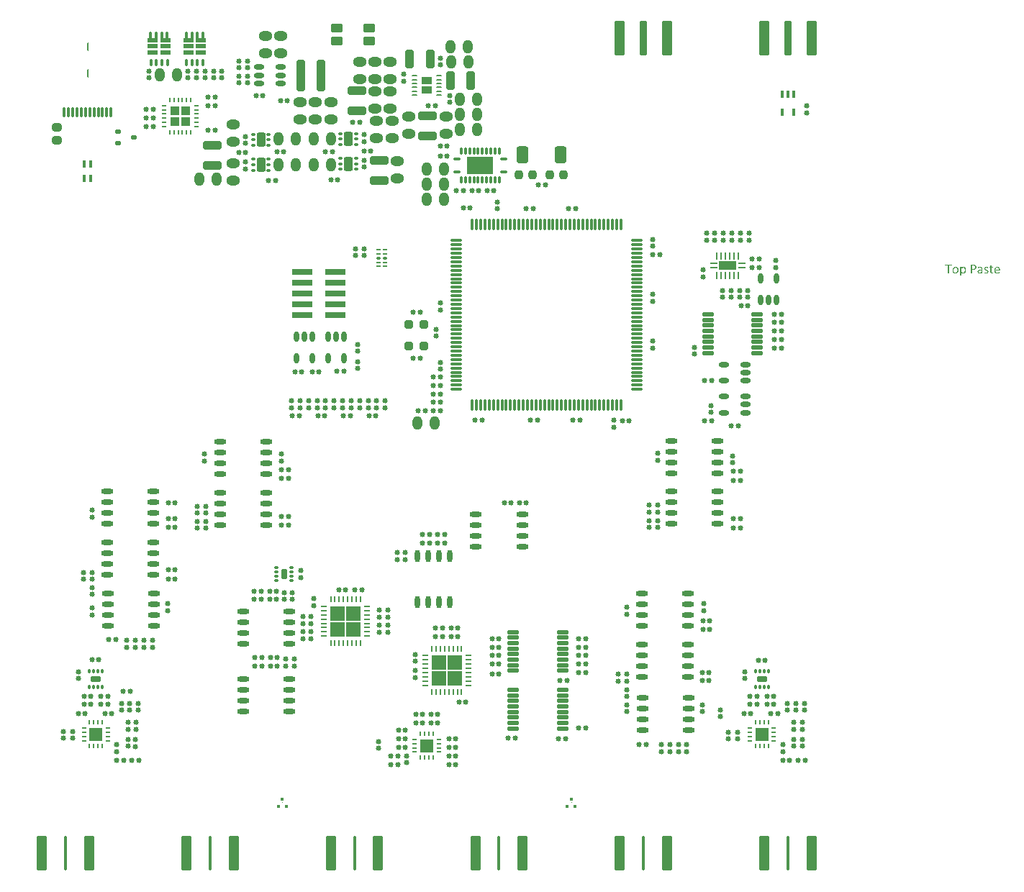
<source format=gtp>
G04*
G04 #@! TF.GenerationSoftware,Altium Limited,Altium Designer,21.2.2 (38)*
G04*
G04 Layer_Color=8421504*
%FSLAX44Y44*%
%MOMM*%
G71*
G04*
G04 #@! TF.SameCoordinates,2A35CB41-4F08-4B63-A201-FD04A52A5515*
G04*
G04*
G04 #@! TF.FilePolarity,Positive*
G04*
G01*
G75*
%ADD15R,3.1500X2.0500*%
%ADD16O,0.8500X0.2800*%
%ADD17O,0.2800X0.8500*%
%ADD18O,0.2500X0.8000*%
%ADD19O,0.8000X0.2500*%
G04:AMPARAMS|DCode=23|XSize=0.4mm|YSize=0.45mm|CornerRadius=0.1mm|HoleSize=0mm|Usage=FLASHONLY|Rotation=270.000|XOffset=0mm|YOffset=0mm|HoleType=Round|Shape=RoundedRectangle|*
%AMROUNDEDRECTD23*
21,1,0.4000,0.2500,0,0,270.0*
21,1,0.2000,0.4500,0,0,270.0*
1,1,0.2000,-0.1250,-0.1000*
1,1,0.2000,-0.1250,0.1000*
1,1,0.2000,0.1250,0.1000*
1,1,0.2000,0.1250,-0.1000*
%
%ADD23ROUNDEDRECTD23*%
G04:AMPARAMS|DCode=28|XSize=0.28mm|YSize=1.35mm|CornerRadius=0.07mm|HoleSize=0mm|Usage=FLASHONLY|Rotation=90.000|XOffset=0mm|YOffset=0mm|HoleType=Round|Shape=RoundedRectangle|*
%AMROUNDEDRECTD28*
21,1,0.2800,1.2100,0,0,90.0*
21,1,0.1400,1.3500,0,0,90.0*
1,1,0.1400,0.6050,0.0700*
1,1,0.1400,0.6050,-0.0700*
1,1,0.1400,-0.6050,-0.0700*
1,1,0.1400,-0.6050,0.0700*
%
%ADD28ROUNDEDRECTD28*%
G04:AMPARAMS|DCode=29|XSize=0.28mm|YSize=1.35mm|CornerRadius=0.07mm|HoleSize=0mm|Usage=FLASHONLY|Rotation=0.000|XOffset=0mm|YOffset=0mm|HoleType=Round|Shape=RoundedRectangle|*
%AMROUNDEDRECTD29*
21,1,0.2800,1.2100,0,0,0.0*
21,1,0.1400,1.3500,0,0,0.0*
1,1,0.1400,0.0700,-0.6050*
1,1,0.1400,-0.0700,-0.6050*
1,1,0.1400,-0.0700,0.6050*
1,1,0.1400,0.0700,0.6050*
%
%ADD29ROUNDEDRECTD29*%
G04:AMPARAMS|DCode=31|XSize=0.6mm|YSize=0.6mm|CornerRadius=0.24mm|HoleSize=0mm|Usage=FLASHONLY|Rotation=180.000|XOffset=0mm|YOffset=0mm|HoleType=Round|Shape=RoundedRectangle|*
%AMROUNDEDRECTD31*
21,1,0.6000,0.1200,0,0,180.0*
21,1,0.1200,0.6000,0,0,180.0*
1,1,0.4800,-0.0600,0.0600*
1,1,0.4800,0.0600,0.0600*
1,1,0.4800,0.0600,-0.0600*
1,1,0.4800,-0.0600,-0.0600*
%
%ADD31ROUNDEDRECTD31*%
G04:AMPARAMS|DCode=32|XSize=0.6mm|YSize=0.6mm|CornerRadius=0.24mm|HoleSize=0mm|Usage=FLASHONLY|Rotation=90.000|XOffset=0mm|YOffset=0mm|HoleType=Round|Shape=RoundedRectangle|*
%AMROUNDEDRECTD32*
21,1,0.6000,0.1200,0,0,90.0*
21,1,0.1200,0.6000,0,0,90.0*
1,1,0.4800,0.0600,0.0600*
1,1,0.4800,0.0600,-0.0600*
1,1,0.4800,-0.0600,-0.0600*
1,1,0.4800,-0.0600,0.0600*
%
%ADD32ROUNDEDRECTD32*%
G04:AMPARAMS|DCode=34|XSize=0.35mm|YSize=0.35mm|CornerRadius=0.0875mm|HoleSize=0mm|Usage=FLASHONLY|Rotation=180.000|XOffset=0mm|YOffset=0mm|HoleType=Round|Shape=RoundedRectangle|*
%AMROUNDEDRECTD34*
21,1,0.3500,0.1750,0,0,180.0*
21,1,0.1750,0.3500,0,0,180.0*
1,1,0.1750,-0.0875,0.0875*
1,1,0.1750,0.0875,0.0875*
1,1,0.1750,0.0875,-0.0875*
1,1,0.1750,-0.0875,-0.0875*
%
%ADD34ROUNDEDRECTD34*%
G04:AMPARAMS|DCode=35|XSize=0.1mm|YSize=0.1mm|CornerRadius=0.025mm|HoleSize=0mm|Usage=FLASHONLY|Rotation=180.000|XOffset=0mm|YOffset=0mm|HoleType=Round|Shape=RoundedRectangle|*
%AMROUNDEDRECTD35*
21,1,0.1000,0.0500,0,0,180.0*
21,1,0.0500,0.1000,0,0,180.0*
1,1,0.0500,-0.0250,0.0250*
1,1,0.0500,0.0250,0.0250*
1,1,0.0500,0.0250,-0.0250*
1,1,0.0500,-0.0250,-0.0250*
%
%ADD35ROUNDEDRECTD35*%
%ADD36O,0.2400X0.6000*%
G04:AMPARAMS|DCode=38|XSize=1mm|YSize=1mm|CornerRadius=0.25mm|HoleSize=0mm|Usage=FLASHONLY|Rotation=90.000|XOffset=0mm|YOffset=0mm|HoleType=Round|Shape=RoundedRectangle|*
%AMROUNDEDRECTD38*
21,1,1.0000,0.5000,0,0,90.0*
21,1,0.5000,1.0000,0,0,90.0*
1,1,0.5000,0.2500,0.2500*
1,1,0.5000,0.2500,-0.2500*
1,1,0.5000,-0.2500,-0.2500*
1,1,0.5000,-0.2500,0.2500*
%
%ADD38ROUNDEDRECTD38*%
%ADD42O,0.6000X1.4500*%
%ADD43O,0.6000X1.2500*%
%ADD44R,2.0000X0.9800*%
%ADD45O,0.2500X0.9000*%
%ADD46O,0.9000X0.2500*%
G04:AMPARAMS|DCode=47|XSize=0.45mm|YSize=1.4mm|CornerRadius=0.1463mm|HoleSize=0mm|Usage=FLASHONLY|Rotation=90.000|XOffset=0mm|YOffset=0mm|HoleType=Round|Shape=RoundedRectangle|*
%AMROUNDEDRECTD47*
21,1,0.4500,1.1075,0,0,90.0*
21,1,0.1575,1.4000,0,0,90.0*
1,1,0.2925,0.5537,0.0788*
1,1,0.2925,0.5537,-0.0788*
1,1,0.2925,-0.5537,-0.0788*
1,1,0.2925,-0.5537,0.0788*
%
%ADD47ROUNDEDRECTD47*%
%ADD48O,1.4500X0.6000*%
%ADD49O,0.6000X0.2400*%
%ADD51O,1.2500X0.6000*%
G04:AMPARAMS|DCode=54|XSize=0.4mm|YSize=0.9mm|CornerRadius=0.1mm|HoleSize=0mm|Usage=FLASHONLY|Rotation=180.000|XOffset=0mm|YOffset=0mm|HoleType=Round|Shape=RoundedRectangle|*
%AMROUNDEDRECTD54*
21,1,0.4000,0.7000,0,0,180.0*
21,1,0.2000,0.9000,0,0,180.0*
1,1,0.2000,-0.1000,0.3500*
1,1,0.2000,0.1000,0.3500*
1,1,0.2000,0.1000,-0.3500*
1,1,0.2000,-0.1000,-0.3500*
%
%ADD54ROUNDEDRECTD54*%
G04:AMPARAMS|DCode=56|XSize=0.76mm|YSize=2.4mm|CornerRadius=0.19mm|HoleSize=0mm|Usage=FLASHONLY|Rotation=270.000|XOffset=0mm|YOffset=0mm|HoleType=Round|Shape=RoundedRectangle|*
%AMROUNDEDRECTD56*
21,1,0.7600,2.0200,0,0,270.0*
21,1,0.3800,2.4000,0,0,270.0*
1,1,0.3800,-1.0100,-0.1900*
1,1,0.3800,-1.0100,0.1900*
1,1,0.3800,1.0100,0.1900*
1,1,0.3800,1.0100,-0.1900*
%
%ADD56ROUNDEDRECTD56*%
G04:AMPARAMS|DCode=57|XSize=1.05mm|YSize=1.4mm|CornerRadius=0.2625mm|HoleSize=0mm|Usage=FLASHONLY|Rotation=270.000|XOffset=0mm|YOffset=0mm|HoleType=Round|Shape=RoundedRectangle|*
%AMROUNDEDRECTD57*
21,1,1.0500,0.8750,0,0,270.0*
21,1,0.5250,1.4000,0,0,270.0*
1,1,0.5250,-0.4375,-0.2625*
1,1,0.5250,-0.4375,0.2625*
1,1,0.5250,0.4375,0.2625*
1,1,0.5250,0.4375,-0.2625*
%
%ADD57ROUNDEDRECTD57*%
%ADD58O,1.2000X1.6000*%
G04:AMPARAMS|DCode=60|XSize=0.39mm|YSize=0.77mm|CornerRadius=0.156mm|HoleSize=0mm|Usage=FLASHONLY|Rotation=0.000|XOffset=0mm|YOffset=0mm|HoleType=Round|Shape=RoundedRectangle|*
%AMROUNDEDRECTD60*
21,1,0.3900,0.4580,0,0,0.0*
21,1,0.0780,0.7700,0,0,0.0*
1,1,0.3120,0.0390,-0.2290*
1,1,0.3120,-0.0390,-0.2290*
1,1,0.3120,-0.0390,0.2290*
1,1,0.3120,0.0390,0.2290*
%
%ADD60ROUNDEDRECTD60*%
G04:AMPARAMS|DCode=61|XSize=0.39mm|YSize=0.77mm|CornerRadius=0.0975mm|HoleSize=0mm|Usage=FLASHONLY|Rotation=0.000|XOffset=0mm|YOffset=0mm|HoleType=Round|Shape=RoundedRectangle|*
%AMROUNDEDRECTD61*
21,1,0.3900,0.5750,0,0,0.0*
21,1,0.1950,0.7700,0,0,0.0*
1,1,0.1950,0.0975,-0.2875*
1,1,0.1950,-0.0975,-0.2875*
1,1,0.1950,-0.0975,0.2875*
1,1,0.1950,0.0975,0.2875*
%
%ADD61ROUNDEDRECTD61*%
G04:AMPARAMS|DCode=63|XSize=0.2mm|YSize=0.6mm|CornerRadius=0.1mm|HoleSize=0mm|Usage=FLASHONLY|Rotation=90.000|XOffset=0mm|YOffset=0mm|HoleType=Round|Shape=RoundedRectangle|*
%AMROUNDEDRECTD63*
21,1,0.2000,0.4000,0,0,90.0*
21,1,0.0000,0.6000,0,0,90.0*
1,1,0.2000,0.2000,0.0000*
1,1,0.2000,0.2000,0.0000*
1,1,0.2000,-0.2000,0.0000*
1,1,0.2000,-0.2000,0.0000*
%
%ADD63ROUNDEDRECTD63*%
G04:AMPARAMS|DCode=64|XSize=1mm|YSize=2.2mm|CornerRadius=0.25mm|HoleSize=0mm|Usage=FLASHONLY|Rotation=180.000|XOffset=0mm|YOffset=0mm|HoleType=Round|Shape=RoundedRectangle|*
%AMROUNDEDRECTD64*
21,1,1.0000,1.7000,0,0,180.0*
21,1,0.5000,2.2000,0,0,180.0*
1,1,0.5000,-0.2500,0.8500*
1,1,0.5000,0.2500,0.8500*
1,1,0.5000,0.2500,-0.8500*
1,1,0.5000,-0.2500,-0.8500*
%
%ADD64ROUNDEDRECTD64*%
G04:AMPARAMS|DCode=65|XSize=1mm|YSize=2.2mm|CornerRadius=0.25mm|HoleSize=0mm|Usage=FLASHONLY|Rotation=90.000|XOffset=0mm|YOffset=0mm|HoleType=Round|Shape=RoundedRectangle|*
%AMROUNDEDRECTD65*
21,1,1.0000,1.7000,0,0,90.0*
21,1,0.5000,2.2000,0,0,90.0*
1,1,0.5000,0.8500,0.2500*
1,1,0.5000,0.8500,-0.2500*
1,1,0.5000,-0.8500,-0.2500*
1,1,0.5000,-0.8500,0.2500*
%
%ADD65ROUNDEDRECTD65*%
G04:AMPARAMS|DCode=66|XSize=0.98mm|YSize=3.7mm|CornerRadius=0.245mm|HoleSize=0mm|Usage=FLASHONLY|Rotation=0.000|XOffset=0mm|YOffset=0mm|HoleType=Round|Shape=RoundedRectangle|*
%AMROUNDEDRECTD66*
21,1,0.9800,3.2100,0,0,0.0*
21,1,0.4900,3.7000,0,0,0.0*
1,1,0.4900,0.2450,-1.6050*
1,1,0.4900,-0.2450,-1.6050*
1,1,0.4900,-0.2450,1.6050*
1,1,0.4900,0.2450,1.6050*
%
%ADD66ROUNDEDRECTD66*%
G04:AMPARAMS|DCode=67|XSize=0.2mm|YSize=1mm|CornerRadius=0.05mm|HoleSize=0mm|Usage=FLASHONLY|Rotation=180.000|XOffset=0mm|YOffset=0mm|HoleType=Round|Shape=RoundedRectangle|*
%AMROUNDEDRECTD67*
21,1,0.2000,0.9000,0,0,180.0*
21,1,0.1000,1.0000,0,0,180.0*
1,1,0.1000,-0.0500,0.4500*
1,1,0.1000,0.0500,0.4500*
1,1,0.1000,0.0500,-0.4500*
1,1,0.1000,-0.0500,-0.4500*
%
%ADD67ROUNDEDRECTD67*%
G04:AMPARAMS|DCode=68|XSize=0.3mm|YSize=1.2mm|CornerRadius=0.075mm|HoleSize=0mm|Usage=FLASHONLY|Rotation=180.000|XOffset=0mm|YOffset=0mm|HoleType=Round|Shape=RoundedRectangle|*
%AMROUNDEDRECTD68*
21,1,0.3000,1.0500,0,0,180.0*
21,1,0.1500,1.2000,0,0,180.0*
1,1,0.1500,-0.0750,0.5250*
1,1,0.1500,0.0750,0.5250*
1,1,0.1500,0.0750,-0.5250*
1,1,0.1500,-0.0750,-0.5250*
%
%ADD68ROUNDEDRECTD68*%
G04:AMPARAMS|DCode=70|XSize=1mm|YSize=0.95mm|CornerRadius=0.2375mm|HoleSize=0mm|Usage=FLASHONLY|Rotation=270.000|XOffset=0mm|YOffset=0mm|HoleType=Round|Shape=RoundedRectangle|*
%AMROUNDEDRECTD70*
21,1,1.0000,0.4750,0,0,270.0*
21,1,0.5250,0.9500,0,0,270.0*
1,1,0.4750,-0.2375,-0.2625*
1,1,0.4750,-0.2375,0.2625*
1,1,0.4750,0.2375,0.2625*
1,1,0.4750,0.2375,-0.2625*
%
%ADD70ROUNDEDRECTD70*%
G04:AMPARAMS|DCode=71|XSize=0.51mm|YSize=0.65mm|CornerRadius=0.1913mm|HoleSize=0mm|Usage=FLASHONLY|Rotation=270.000|XOffset=0mm|YOffset=0mm|HoleType=Round|Shape=RoundedRectangle|*
%AMROUNDEDRECTD71*
21,1,0.5100,0.2675,0,0,270.0*
21,1,0.1275,0.6500,0,0,270.0*
1,1,0.3825,-0.1338,-0.0638*
1,1,0.3825,-0.1338,0.0638*
1,1,0.3825,0.1338,0.0638*
1,1,0.3825,0.1338,-0.0638*
%
%ADD71ROUNDEDRECTD71*%
G04:AMPARAMS|DCode=72|XSize=1mm|YSize=1.2mm|CornerRadius=0.375mm|HoleSize=0mm|Usage=FLASHONLY|Rotation=270.000|XOffset=0mm|YOffset=0mm|HoleType=Round|Shape=RoundedRectangle|*
%AMROUNDEDRECTD72*
21,1,1.0000,0.4500,0,0,270.0*
21,1,0.2500,1.2000,0,0,270.0*
1,1,0.7500,-0.2250,-0.1250*
1,1,0.7500,-0.2250,0.1250*
1,1,0.7500,0.2250,0.1250*
1,1,0.7500,0.2250,-0.1250*
%
%ADD72ROUNDEDRECTD72*%
G04:AMPARAMS|DCode=73|XSize=1.397mm|YSize=2.032mm|CornerRadius=0.3493mm|HoleSize=0mm|Usage=FLASHONLY|Rotation=180.000|XOffset=0mm|YOffset=0mm|HoleType=Round|Shape=RoundedRectangle|*
%AMROUNDEDRECTD73*
21,1,1.3970,1.3335,0,0,180.0*
21,1,0.6985,2.0320,0,0,180.0*
1,1,0.6985,-0.3493,0.6668*
1,1,0.6985,0.3493,0.6668*
1,1,0.6985,0.3493,-0.6668*
1,1,0.6985,-0.3493,-0.6668*
%
%ADD73ROUNDEDRECTD73*%
%ADD74O,1.6000X1.2000*%
%ADD105R,1.6750X1.6750*%
%ADD106R,1.6750X1.6750*%
%ADD107R,1.6750X1.6750*%
%ADD108R,1.0800X1.0800*%
%ADD109R,1.0800X1.0800*%
%ADD110R,1.5240X1.5240*%
%ADD111R,1.1980X0.4800*%
%ADD112R,1.1500X0.9000*%
G04:AMPARAMS|DCode=113|XSize=1.66mm|YSize=1.06mm|CornerRadius=0.25mm|HoleSize=0mm|Usage=FLASHONLY|Rotation=270.000|XOffset=0mm|YOffset=0mm|HoleType=Round|Shape=RoundedRectangle|*
%AMROUNDEDRECTD113*
21,1,1.6600,0.5600,0,0,270.0*
21,1,1.1600,1.0600,0,0,270.0*
1,1,0.5000,-0.2800,-0.5800*
1,1,0.5000,-0.2800,0.5800*
1,1,0.5000,0.2800,0.5800*
1,1,0.5000,0.2800,-0.5800*
%
%ADD113ROUNDEDRECTD113*%
G04:AMPARAMS|DCode=114|XSize=0.28mm|YSize=0.48mm|CornerRadius=0.065mm|HoleSize=0mm|Usage=FLASHONLY|Rotation=180.000|XOffset=0mm|YOffset=0mm|HoleType=Round|Shape=RoundedRectangle|*
%AMROUNDEDRECTD114*
21,1,0.2800,0.3500,0,0,180.0*
21,1,0.1500,0.4800,0,0,180.0*
1,1,0.1300,-0.0750,0.1750*
1,1,0.1300,0.0750,0.1750*
1,1,0.1300,0.0750,-0.1750*
1,1,0.1300,-0.0750,-0.1750*
%
%ADD114ROUNDEDRECTD114*%
G04:AMPARAMS|DCode=115|XSize=1.16mm|YSize=0.76mm|CornerRadius=0.155mm|HoleSize=0mm|Usage=FLASHONLY|Rotation=180.000|XOffset=0mm|YOffset=0mm|HoleType=Round|Shape=RoundedRectangle|*
%AMROUNDEDRECTD115*
21,1,1.1600,0.4500,0,0,180.0*
21,1,0.8500,0.7600,0,0,180.0*
1,1,0.3100,-0.4250,0.2250*
1,1,0.3100,0.4250,0.2250*
1,1,0.3100,0.4250,-0.2250*
1,1,0.3100,-0.4250,-0.2250*
%
%ADD115ROUNDEDRECTD115*%
G04:AMPARAMS|DCode=116|XSize=0.28mm|YSize=0.48mm|CornerRadius=0.065mm|HoleSize=0mm|Usage=FLASHONLY|Rotation=90.000|XOffset=0mm|YOffset=0mm|HoleType=Round|Shape=RoundedRectangle|*
%AMROUNDEDRECTD116*
21,1,0.2800,0.3500,0,0,90.0*
21,1,0.1500,0.4800,0,0,90.0*
1,1,0.1300,0.1750,0.0750*
1,1,0.1300,0.1750,-0.0750*
1,1,0.1300,-0.1750,-0.0750*
1,1,0.1300,-0.1750,0.0750*
%
%ADD116ROUNDEDRECTD116*%
G04:AMPARAMS|DCode=117|XSize=1.16mm|YSize=0.76mm|CornerRadius=0.155mm|HoleSize=0mm|Usage=FLASHONLY|Rotation=90.000|XOffset=0mm|YOffset=0mm|HoleType=Round|Shape=RoundedRectangle|*
%AMROUNDEDRECTD117*
21,1,1.1600,0.4500,0,0,90.0*
21,1,0.8500,0.7600,0,0,90.0*
1,1,0.3100,0.2250,0.4250*
1,1,0.3100,0.2250,-0.4250*
1,1,0.3100,-0.2250,-0.4250*
1,1,0.3100,-0.2250,0.4250*
%
%ADD117ROUNDEDRECTD117*%
G04:AMPARAMS|DCode=118|XSize=1.21mm|YSize=4.06mm|CornerRadius=0.23mm|HoleSize=0mm|Usage=FLASHONLY|Rotation=0.000|XOffset=0mm|YOffset=0mm|HoleType=Round|Shape=RoundedRectangle|*
%AMROUNDEDRECTD118*
21,1,1.2100,3.6000,0,0,0.0*
21,1,0.7500,4.0600,0,0,0.0*
1,1,0.4600,0.3750,-1.8000*
1,1,0.4600,-0.3750,-1.8000*
1,1,0.4600,-0.3750,1.8000*
1,1,0.4600,0.3750,1.8000*
%
%ADD118ROUNDEDRECTD118*%
G04:AMPARAMS|DCode=119|XSize=0.31mm|YSize=4.06mm|CornerRadius=0.05mm|HoleSize=0mm|Usage=FLASHONLY|Rotation=0.000|XOffset=0mm|YOffset=0mm|HoleType=Round|Shape=RoundedRectangle|*
%AMROUNDEDRECTD119*
21,1,0.3100,3.9600,0,0,0.0*
21,1,0.2100,4.0600,0,0,0.0*
1,1,0.1000,0.1050,-1.9800*
1,1,0.1000,-0.1050,-1.9800*
1,1,0.1000,-0.1050,1.9800*
1,1,0.1000,0.1050,1.9800*
%
%ADD119ROUNDEDRECTD119*%
G04:AMPARAMS|DCode=120|XSize=0.21mm|YSize=0.56mm|CornerRadius=0.0425mm|HoleSize=0mm|Usage=FLASHONLY|Rotation=180.000|XOffset=0mm|YOffset=0mm|HoleType=Round|Shape=RoundedRectangle|*
%AMROUNDEDRECTD120*
21,1,0.2100,0.4750,0,0,180.0*
21,1,0.1250,0.5600,0,0,180.0*
1,1,0.0850,-0.0625,0.2375*
1,1,0.0850,0.0625,0.2375*
1,1,0.0850,0.0625,-0.2375*
1,1,0.0850,-0.0625,-0.2375*
%
%ADD120ROUNDEDRECTD120*%
G04:AMPARAMS|DCode=121|XSize=0.21mm|YSize=0.56mm|CornerRadius=0.0425mm|HoleSize=0mm|Usage=FLASHONLY|Rotation=90.000|XOffset=0mm|YOffset=0mm|HoleType=Round|Shape=RoundedRectangle|*
%AMROUNDEDRECTD121*
21,1,0.2100,0.4750,0,0,90.0*
21,1,0.1250,0.5600,0,0,90.0*
1,1,0.0850,0.2375,0.0625*
1,1,0.0850,0.2375,-0.0625*
1,1,0.0850,-0.2375,-0.0625*
1,1,0.0850,-0.2375,0.0625*
%
%ADD121ROUNDEDRECTD121*%
G04:AMPARAMS|DCode=122|XSize=0.14mm|YSize=0.505mm|CornerRadius=0.02mm|HoleSize=0mm|Usage=FLASHONLY|Rotation=270.000|XOffset=0mm|YOffset=0mm|HoleType=Round|Shape=RoundedRectangle|*
%AMROUNDEDRECTD122*
21,1,0.1400,0.4650,0,0,270.0*
21,1,0.1000,0.5050,0,0,270.0*
1,1,0.0400,-0.2325,-0.0500*
1,1,0.0400,-0.2325,0.0500*
1,1,0.0400,0.2325,0.0500*
1,1,0.0400,0.2325,-0.0500*
%
%ADD122ROUNDEDRECTD122*%
G04:AMPARAMS|DCode=123|XSize=0.3mm|YSize=0.465mm|CornerRadius=0.05mm|HoleSize=0mm|Usage=FLASHONLY|Rotation=270.000|XOffset=0mm|YOffset=0mm|HoleType=Round|Shape=RoundedRectangle|*
%AMROUNDEDRECTD123*
21,1,0.3000,0.3650,0,0,270.0*
21,1,0.2000,0.4650,0,0,270.0*
1,1,0.1000,-0.1825,-0.1000*
1,1,0.1000,-0.1825,0.1000*
1,1,0.1000,0.1825,0.1000*
1,1,0.1000,0.1825,-0.1000*
%
%ADD123ROUNDEDRECTD123*%
G04:AMPARAMS|DCode=124|XSize=0.86mm|YSize=4.06mm|CornerRadius=0.16mm|HoleSize=0mm|Usage=FLASHONLY|Rotation=180.000|XOffset=0mm|YOffset=0mm|HoleType=Round|Shape=RoundedRectangle|*
%AMROUNDEDRECTD124*
21,1,0.8600,3.7400,0,0,180.0*
21,1,0.5400,4.0600,0,0,180.0*
1,1,0.3200,-0.2700,1.8700*
1,1,0.3200,0.2700,1.8700*
1,1,0.3200,0.2700,-1.8700*
1,1,0.3200,-0.2700,-1.8700*
%
%ADD124ROUNDEDRECTD124*%
G36*
X1121720Y710647D02*
X1121905Y710629D01*
X1122127Y710592D01*
X1122349Y710536D01*
X1122572Y710462D01*
X1122794Y710351D01*
X1122812Y710332D01*
X1122887Y710295D01*
X1122979Y710221D01*
X1123109Y710129D01*
X1123257Y710017D01*
X1123405Y709869D01*
X1123553Y709703D01*
X1123683Y709518D01*
X1123701Y709499D01*
X1123738Y709425D01*
X1123812Y709314D01*
X1123886Y709166D01*
X1123960Y708999D01*
X1124053Y708777D01*
X1124127Y708555D01*
X1124201Y708295D01*
Y708258D01*
X1124220Y708166D01*
X1124257Y708036D01*
X1124294Y707851D01*
X1124312Y707629D01*
X1124349Y707370D01*
X1124368Y707110D01*
Y706814D01*
Y706796D01*
Y706777D01*
Y706721D01*
Y706647D01*
X1124349Y706481D01*
Y706240D01*
X1124312Y705981D01*
X1124275Y705703D01*
X1124220Y705407D01*
X1124146Y705111D01*
Y705073D01*
X1124109Y704981D01*
X1124053Y704851D01*
X1123997Y704666D01*
X1123905Y704481D01*
X1123812Y704259D01*
X1123683Y704037D01*
X1123553Y703833D01*
X1123535Y703814D01*
X1123479Y703740D01*
X1123405Y703648D01*
X1123294Y703537D01*
X1123146Y703407D01*
X1122979Y703277D01*
X1122775Y703148D01*
X1122572Y703037D01*
X1122553Y703018D01*
X1122461Y703000D01*
X1122349Y702944D01*
X1122183Y702907D01*
X1121979Y702852D01*
X1121757Y702796D01*
X1121516Y702777D01*
X1121239Y702759D01*
X1121127D01*
X1121035Y702777D01*
X1120850Y702796D01*
X1120628Y702833D01*
X1120609D01*
X1120591Y702852D01*
X1120461Y702870D01*
X1120294Y702944D01*
X1120109Y703018D01*
X1120090D01*
X1120072Y703037D01*
X1119942Y703111D01*
X1119776Y703222D01*
X1119591Y703352D01*
X1119572Y703370D01*
X1119554Y703389D01*
X1119498Y703444D01*
X1119424Y703500D01*
X1119257Y703648D01*
X1119054Y703851D01*
Y700259D01*
Y700222D01*
X1119017Y700167D01*
X1118998Y700130D01*
X1118905Y700074D01*
X1118887D01*
X1118850Y700055D01*
X1118794Y700037D01*
X1118702Y700018D01*
X1118628D01*
X1118517Y700000D01*
X1118165D01*
X1118054Y700018D01*
X1118035D01*
X1117998Y700037D01*
X1117868Y700074D01*
X1117850D01*
X1117831Y700093D01*
X1117757Y700167D01*
Y700185D01*
X1117739Y700259D01*
Y710295D01*
Y710314D01*
Y710332D01*
X1117757Y710406D01*
Y710425D01*
X1117776Y710443D01*
X1117813Y710462D01*
X1117850Y710480D01*
X1117868D01*
X1117906Y710499D01*
X1117961Y710517D01*
X1118035Y710536D01*
X1118054D01*
X1118109Y710555D01*
X1118498D01*
X1118572Y710536D01*
X1118591D01*
X1118646Y710517D01*
X1118757Y710480D01*
X1118776D01*
X1118794Y710462D01*
X1118831Y710443D01*
X1118850Y710406D01*
X1118868Y710388D01*
X1118887Y710295D01*
Y709332D01*
X1118905Y709351D01*
X1118942Y709388D01*
X1119017Y709444D01*
X1119091Y709536D01*
X1119294Y709721D01*
X1119517Y709906D01*
X1119535Y709925D01*
X1119572Y709943D01*
X1119628Y709999D01*
X1119720Y710054D01*
X1119905Y710184D01*
X1120128Y710314D01*
X1120146D01*
X1120183Y710351D01*
X1120239Y710369D01*
X1120331Y710406D01*
X1120535Y710499D01*
X1120757Y710573D01*
X1120776D01*
X1120813Y710592D01*
X1120887Y710610D01*
X1120961Y710629D01*
X1121183Y710647D01*
X1121442Y710666D01*
X1121572D01*
X1121720Y710647D01*
D02*
G37*
G36*
X1148939D02*
X1149143Y710610D01*
X1149199D01*
X1149254Y710592D01*
X1149328Y710573D01*
X1149495Y710536D01*
X1149661Y710480D01*
X1149680D01*
X1149699Y710462D01*
X1149810Y710443D01*
X1149939Y710388D01*
X1150069Y710332D01*
X1150106Y710314D01*
X1150162Y710277D01*
X1150236Y710240D01*
X1150310Y710184D01*
X1150328D01*
X1150365Y710147D01*
X1150402Y710110D01*
X1150421Y710073D01*
X1150439Y710036D01*
X1150458Y709962D01*
Y709943D01*
X1150476Y709925D01*
X1150495Y709814D01*
Y709795D01*
X1150513Y709758D01*
Y709684D01*
Y709610D01*
Y709592D01*
Y709518D01*
Y709444D01*
X1150495Y709351D01*
Y709332D01*
X1150476Y709295D01*
X1150439Y709203D01*
X1150421Y709166D01*
X1150384Y709110D01*
X1150365D01*
X1150291Y709092D01*
X1150273D01*
X1150236Y709110D01*
X1150180Y709129D01*
X1150087Y709166D01*
X1150069Y709184D01*
X1149995Y709221D01*
X1149884Y709277D01*
X1149736Y709351D01*
X1149699Y709369D01*
X1149606Y709425D01*
X1149439Y709481D01*
X1149236Y709555D01*
X1149217D01*
X1149180Y709573D01*
X1149125Y709592D01*
X1149051Y709610D01*
X1148828Y709629D01*
X1148569Y709647D01*
X1148458D01*
X1148365Y709629D01*
X1148180Y709610D01*
X1147977Y709555D01*
X1147958D01*
X1147940Y709536D01*
X1147828Y709499D01*
X1147680Y709425D01*
X1147551Y709332D01*
X1147532Y709314D01*
X1147458Y709240D01*
X1147384Y709129D01*
X1147310Y708999D01*
X1147291Y708962D01*
X1147273Y708888D01*
X1147254Y708758D01*
X1147236Y708592D01*
Y708573D01*
Y708536D01*
Y708481D01*
X1147254Y708407D01*
X1147291Y708240D01*
X1147384Y708055D01*
X1147421Y708018D01*
X1147495Y707925D01*
X1147625Y707814D01*
X1147791Y707684D01*
X1147810D01*
X1147847Y707666D01*
X1147884Y707629D01*
X1147958Y707592D01*
X1148143Y707499D01*
X1148384Y707407D01*
X1148402D01*
X1148439Y707388D01*
X1148513Y707351D01*
X1148588Y707333D01*
X1148810Y707240D01*
X1149051Y707147D01*
X1149069D01*
X1149106Y707129D01*
X1149180Y707092D01*
X1149254Y707055D01*
X1149476Y706962D01*
X1149717Y706833D01*
X1149736D01*
X1149773Y706796D01*
X1149828Y706759D01*
X1149921Y706721D01*
X1150106Y706592D01*
X1150310Y706425D01*
X1150328Y706407D01*
X1150347Y706388D01*
X1150402Y706333D01*
X1150458Y706277D01*
X1150587Y706092D01*
X1150717Y705851D01*
Y705833D01*
X1150735Y705796D01*
X1150772Y705722D01*
X1150810Y705629D01*
X1150828Y705518D01*
X1150865Y705370D01*
X1150884Y705055D01*
Y705036D01*
Y704962D01*
X1150865Y704851D01*
Y704722D01*
X1150828Y704574D01*
X1150791Y704407D01*
X1150735Y704240D01*
X1150661Y704074D01*
Y704055D01*
X1150624Y704000D01*
X1150569Y703925D01*
X1150513Y703833D01*
X1150328Y703592D01*
X1150087Y703352D01*
X1150069Y703333D01*
X1150013Y703296D01*
X1149939Y703259D01*
X1149847Y703185D01*
X1149717Y703111D01*
X1149550Y703037D01*
X1149384Y702963D01*
X1149199Y702907D01*
X1149180D01*
X1149106Y702889D01*
X1148995Y702870D01*
X1148865Y702833D01*
X1148699Y702814D01*
X1148495Y702777D01*
X1148273Y702759D01*
X1147903D01*
X1147810Y702777D01*
X1147569Y702796D01*
X1147310Y702833D01*
X1147291D01*
X1147254Y702852D01*
X1147199D01*
X1147106Y702870D01*
X1146921Y702907D01*
X1146699Y702963D01*
X1146680D01*
X1146662Y702981D01*
X1146532Y703018D01*
X1146384Y703074D01*
X1146217Y703148D01*
X1146180Y703166D01*
X1146106Y703222D01*
X1146014Y703277D01*
X1145940Y703333D01*
X1145921Y703352D01*
X1145903Y703389D01*
X1145866Y703463D01*
X1145829Y703555D01*
Y703574D01*
X1145810Y703666D01*
X1145792Y703777D01*
Y703944D01*
Y703962D01*
Y704037D01*
Y704111D01*
Y704203D01*
Y704222D01*
X1145810Y704259D01*
Y704314D01*
X1145829Y704370D01*
Y704388D01*
X1145847Y704407D01*
X1145884Y704444D01*
X1145903Y704463D01*
X1145921D01*
X1145940Y704481D01*
X1146014Y704500D01*
X1146032D01*
X1146069Y704481D01*
X1146143Y704463D01*
X1146255Y704388D01*
X1146292Y704370D01*
X1146384Y704314D01*
X1146514Y704240D01*
X1146680Y704148D01*
X1146699D01*
X1146736Y704129D01*
X1146773Y704111D01*
X1146847Y704074D01*
X1147032Y704000D01*
X1147273Y703907D01*
X1147291D01*
X1147328Y703888D01*
X1147402Y703870D01*
X1147514D01*
X1147625Y703851D01*
X1147773Y703833D01*
X1148088Y703814D01*
X1148291D01*
X1148476Y703833D01*
X1148680Y703870D01*
X1148699D01*
X1148736Y703888D01*
X1148847Y703925D01*
X1148995Y703981D01*
X1149162Y704074D01*
X1149180D01*
X1149199Y704092D01*
X1149273Y704185D01*
X1149384Y704296D01*
X1149476Y704444D01*
Y704463D01*
X1149495Y704481D01*
X1149532Y704592D01*
X1149569Y704759D01*
X1149587Y704962D01*
Y704981D01*
Y705018D01*
Y705073D01*
X1149569Y705129D01*
X1149513Y705296D01*
X1149421Y705462D01*
Y705481D01*
X1149402Y705499D01*
X1149310Y705592D01*
X1149180Y705722D01*
X1149013Y705833D01*
X1148995D01*
X1148976Y705870D01*
X1148921Y705888D01*
X1148847Y705925D01*
X1148662Y706018D01*
X1148439Y706111D01*
X1148421D01*
X1148384Y706129D01*
X1148328Y706166D01*
X1148236Y706184D01*
X1148032Y706277D01*
X1147773Y706370D01*
X1147754D01*
X1147717Y706388D01*
X1147643Y706425D01*
X1147569Y706462D01*
X1147347Y706573D01*
X1147106Y706684D01*
X1147088D01*
X1147051Y706721D01*
X1146995Y706759D01*
X1146921Y706796D01*
X1146736Y706925D01*
X1146532Y707092D01*
X1146514Y707110D01*
X1146495Y707147D01*
X1146440Y707184D01*
X1146384Y707259D01*
X1146255Y707444D01*
X1146125Y707684D01*
Y707703D01*
X1146106Y707740D01*
X1146088Y707814D01*
X1146051Y707925D01*
X1146032Y708036D01*
X1145995Y708184D01*
X1145977Y708518D01*
Y708536D01*
Y708592D01*
Y708666D01*
X1145995Y708777D01*
X1146032Y709036D01*
X1146125Y709332D01*
Y709351D01*
X1146162Y709406D01*
X1146199Y709481D01*
X1146255Y709573D01*
X1146403Y709795D01*
X1146606Y710017D01*
X1146625Y710036D01*
X1146662Y710073D01*
X1146736Y710129D01*
X1146829Y710184D01*
X1146958Y710258D01*
X1147088Y710332D01*
X1147421Y710480D01*
X1147439D01*
X1147514Y710517D01*
X1147606Y710536D01*
X1147754Y710573D01*
X1147921Y710610D01*
X1148125Y710629D01*
X1148347Y710666D01*
X1148754D01*
X1148939Y710647D01*
D02*
G37*
G36*
X1141551D02*
X1141755Y710629D01*
X1141977Y710592D01*
X1142199Y710536D01*
X1142403Y710480D01*
X1142421D01*
X1142496Y710443D01*
X1142588Y710406D01*
X1142718Y710351D01*
X1143014Y710184D01*
X1143162Y710073D01*
X1143292Y709962D01*
X1143310Y709943D01*
X1143347Y709906D01*
X1143403Y709832D01*
X1143477Y709740D01*
X1143551Y709610D01*
X1143644Y709462D01*
X1143718Y709295D01*
X1143773Y709110D01*
Y709092D01*
X1143792Y709018D01*
X1143829Y708925D01*
X1143866Y708777D01*
X1143884Y708610D01*
X1143921Y708407D01*
X1143940Y708184D01*
Y707944D01*
Y703074D01*
Y703055D01*
Y703018D01*
X1143903Y702981D01*
X1143866Y702944D01*
X1143847D01*
X1143829Y702926D01*
X1143773Y702907D01*
X1143681Y702889D01*
X1143662D01*
X1143607Y702870D01*
X1143495Y702852D01*
X1143255D01*
X1143144Y702870D01*
X1143033Y702889D01*
X1143014D01*
X1142959Y702907D01*
X1142903Y702926D01*
X1142847Y702944D01*
X1142829Y702981D01*
X1142810Y703018D01*
X1142792Y703074D01*
Y703796D01*
X1142773Y703777D01*
X1142718Y703722D01*
X1142607Y703629D01*
X1142496Y703518D01*
X1142329Y703389D01*
X1142144Y703259D01*
X1141959Y703129D01*
X1141736Y703018D01*
X1141718Y703000D01*
X1141644Y702981D01*
X1141514Y702944D01*
X1141366Y702889D01*
X1141181Y702833D01*
X1140977Y702796D01*
X1140755Y702777D01*
X1140514Y702759D01*
X1140311D01*
X1140163Y702777D01*
X1140014Y702796D01*
X1139829Y702814D01*
X1139477Y702907D01*
X1139459D01*
X1139403Y702926D01*
X1139311Y702963D01*
X1139218Y703000D01*
X1138959Y703129D01*
X1138700Y703315D01*
X1138681Y703333D01*
X1138644Y703370D01*
X1138589Y703426D01*
X1138514Y703518D01*
X1138440Y703611D01*
X1138348Y703740D01*
X1138200Y704018D01*
Y704037D01*
X1138181Y704092D01*
X1138144Y704166D01*
X1138126Y704296D01*
X1138089Y704426D01*
X1138052Y704574D01*
X1138033Y704944D01*
Y704962D01*
Y705036D01*
X1138052Y705148D01*
X1138070Y705296D01*
X1138089Y705462D01*
X1138144Y705629D01*
X1138200Y705814D01*
X1138274Y705981D01*
X1138292Y705999D01*
X1138311Y706055D01*
X1138366Y706148D01*
X1138459Y706259D01*
X1138552Y706370D01*
X1138681Y706499D01*
X1138811Y706629D01*
X1138978Y706740D01*
X1138996Y706759D01*
X1139070Y706796D01*
X1139163Y706851D01*
X1139292Y706907D01*
X1139459Y706981D01*
X1139644Y707055D01*
X1139866Y707129D01*
X1140107Y707184D01*
X1140144D01*
X1140237Y707203D01*
X1140366Y707240D01*
X1140551Y707259D01*
X1140774Y707296D01*
X1141033Y707314D01*
X1141329Y707333D01*
X1142625D01*
Y707888D01*
Y707907D01*
Y707962D01*
Y708036D01*
X1142607Y708129D01*
X1142588Y708370D01*
X1142533Y708610D01*
Y708629D01*
X1142514Y708666D01*
X1142496Y708721D01*
X1142459Y708795D01*
X1142366Y708980D01*
X1142236Y709147D01*
Y709166D01*
X1142199Y709184D01*
X1142107Y709277D01*
X1141940Y709388D01*
X1141736Y709481D01*
X1141718D01*
X1141681Y709499D01*
X1141607Y709518D01*
X1141533Y709536D01*
X1141422Y709555D01*
X1141292Y709573D01*
X1140977Y709592D01*
X1140792D01*
X1140681Y709573D01*
X1140385Y709536D01*
X1140088Y709462D01*
X1140070D01*
X1140033Y709444D01*
X1139959Y709425D01*
X1139866Y709388D01*
X1139644Y709314D01*
X1139422Y709203D01*
X1139403D01*
X1139366Y709184D01*
X1139311Y709166D01*
X1139255Y709129D01*
X1139089Y709055D01*
X1138922Y708962D01*
X1138885Y708943D01*
X1138811Y708906D01*
X1138718Y708869D01*
X1138644Y708851D01*
X1138607D01*
X1138514Y708869D01*
X1138496Y708888D01*
X1138440Y708962D01*
Y708980D01*
X1138422Y709018D01*
X1138385Y709129D01*
Y709147D01*
Y709203D01*
Y709277D01*
Y709351D01*
Y709369D01*
Y709388D01*
Y709462D01*
Y709573D01*
X1138403Y709666D01*
Y709684D01*
X1138440Y709740D01*
X1138477Y709814D01*
X1138533Y709888D01*
X1138552Y709906D01*
X1138626Y709962D01*
X1138737Y710036D01*
X1138903Y710129D01*
X1138922D01*
X1138959Y710147D01*
X1139015Y710184D01*
X1139089Y710221D01*
X1139274Y710295D01*
X1139514Y710388D01*
X1139533D01*
X1139570Y710406D01*
X1139644Y710425D01*
X1139737Y710462D01*
X1139848Y710480D01*
X1139977Y710517D01*
X1140274Y710573D01*
X1140292D01*
X1140348Y710592D01*
X1140422Y710610D01*
X1140533Y710629D01*
X1140644D01*
X1140792Y710647D01*
X1141088Y710666D01*
X1141366D01*
X1141551Y710647D01*
D02*
G37*
G36*
X1133367Y713239D02*
X1133589Y713221D01*
X1133645D01*
X1133719Y713202D01*
X1133793Y713184D01*
X1133904Y713165D01*
X1134034Y713147D01*
X1134330Y713091D01*
X1134348D01*
X1134404Y713073D01*
X1134496Y713054D01*
X1134589Y713017D01*
X1134719Y712980D01*
X1134867Y712925D01*
X1135182Y712758D01*
X1135200Y712739D01*
X1135256Y712721D01*
X1135330Y712665D01*
X1135441Y712591D01*
X1135682Y712388D01*
X1135922Y712128D01*
X1135941Y712110D01*
X1135978Y712073D01*
X1136033Y711980D01*
X1136107Y711888D01*
X1136181Y711758D01*
X1136255Y711610D01*
X1136404Y711277D01*
Y711258D01*
X1136422Y711184D01*
X1136459Y711091D01*
X1136496Y710962D01*
X1136515Y710814D01*
X1136552Y710629D01*
X1136570Y710221D01*
Y710184D01*
Y710091D01*
X1136552Y709943D01*
X1136533Y709758D01*
X1136515Y709536D01*
X1136459Y709295D01*
X1136404Y709055D01*
X1136311Y708814D01*
X1136292Y708795D01*
X1136255Y708703D01*
X1136200Y708592D01*
X1136126Y708444D01*
X1136015Y708277D01*
X1135885Y708092D01*
X1135737Y707907D01*
X1135570Y707740D01*
X1135552Y707721D01*
X1135478Y707666D01*
X1135385Y707592D01*
X1135237Y707481D01*
X1135070Y707370D01*
X1134867Y707259D01*
X1134645Y707147D01*
X1134385Y707055D01*
X1134348D01*
X1134256Y707018D01*
X1134126Y706981D01*
X1133922Y706944D01*
X1133682Y706907D01*
X1133404Y706870D01*
X1133089Y706851D01*
X1132737Y706833D01*
X1131571D01*
Y703092D01*
Y703055D01*
X1131534Y702981D01*
X1131497Y702963D01*
X1131460Y702944D01*
X1131404Y702926D01*
X1131386D01*
X1131349Y702907D01*
X1131293D01*
X1131200Y702889D01*
X1131182D01*
X1131108Y702870D01*
X1131015Y702852D01*
X1130775D01*
X1130664Y702870D01*
X1130552Y702889D01*
X1130534D01*
X1130478Y702907D01*
X1130330Y702926D01*
X1130312D01*
X1130293Y702944D01*
X1130219Y702981D01*
Y703000D01*
Y703018D01*
X1130201Y703092D01*
Y712665D01*
Y712684D01*
Y712721D01*
X1130219Y712832D01*
X1130275Y712980D01*
X1130367Y713110D01*
X1130404Y713128D01*
X1130478Y713184D01*
X1130589Y713239D01*
X1130738Y713258D01*
X1133163D01*
X1133367Y713239D01*
D02*
G37*
G36*
X1107573Y713221D02*
X1107592D01*
X1107610Y713202D01*
X1107666Y713110D01*
Y713091D01*
X1107684Y713054D01*
X1107703Y712999D01*
X1107721Y712925D01*
Y712906D01*
X1107740Y712850D01*
Y712776D01*
Y712665D01*
Y712647D01*
Y712573D01*
Y712480D01*
X1107721Y712388D01*
Y712369D01*
X1107703Y712332D01*
X1107666Y712202D01*
X1107647Y712165D01*
X1107573Y712110D01*
X1107536D01*
X1107462Y712091D01*
X1104555D01*
Y703092D01*
Y703055D01*
X1104518Y702981D01*
X1104481Y702963D01*
X1104444Y702944D01*
X1104388Y702926D01*
X1104370D01*
X1104333Y702907D01*
X1104277D01*
X1104185Y702889D01*
X1104166D01*
X1104092Y702870D01*
X1104000Y702852D01*
X1103759D01*
X1103648Y702870D01*
X1103537Y702889D01*
X1103518D01*
X1103463Y702907D01*
X1103315Y702926D01*
X1103296D01*
X1103277Y702944D01*
X1103203Y702981D01*
Y703000D01*
Y703018D01*
X1103185Y703092D01*
Y712091D01*
X1100222D01*
X1100148Y712110D01*
X1100111Y712128D01*
X1100056Y712202D01*
Y712221D01*
X1100037Y712258D01*
Y712314D01*
X1100018Y712388D01*
Y712406D01*
Y712462D01*
X1100000Y712554D01*
Y712665D01*
Y712684D01*
Y712758D01*
Y712832D01*
X1100018Y712925D01*
Y712943D01*
X1100037Y712999D01*
X1100056Y713110D01*
Y713128D01*
X1100074Y713147D01*
X1100148Y713221D01*
X1100167D01*
X1100185Y713239D01*
X1100259Y713258D01*
X1107499D01*
X1107573Y713221D01*
D02*
G37*
G36*
X1154050Y712462D02*
X1154069D01*
X1154124Y712443D01*
X1154198Y712425D01*
X1154254Y712406D01*
X1154272D01*
X1154291Y712388D01*
X1154365Y712314D01*
X1154383Y712295D01*
X1154402Y712221D01*
Y710517D01*
X1156272D01*
X1156346Y710480D01*
X1156365D01*
X1156383Y710462D01*
X1156439Y710369D01*
Y710351D01*
X1156457Y710332D01*
X1156476Y710277D01*
X1156494Y710203D01*
Y710184D01*
X1156513Y710147D01*
Y710054D01*
Y709962D01*
Y709943D01*
Y709906D01*
Y709795D01*
X1156476Y709666D01*
X1156439Y709536D01*
X1156420Y709518D01*
X1156383Y709481D01*
X1156328Y709444D01*
X1156235Y709425D01*
X1154402D01*
Y705407D01*
Y705370D01*
Y705277D01*
X1154420Y705148D01*
Y704981D01*
X1154494Y704611D01*
X1154531Y704444D01*
X1154605Y704277D01*
X1154624Y704259D01*
X1154642Y704222D01*
X1154698Y704166D01*
X1154791Y704092D01*
X1154902Y704018D01*
X1155031Y703962D01*
X1155198Y703925D01*
X1155402Y703907D01*
X1155605D01*
X1155716Y703925D01*
X1155735D01*
X1155809Y703944D01*
X1155883Y703981D01*
X1155976Y704000D01*
X1155994Y704018D01*
X1156050Y704037D01*
X1156161Y704092D01*
X1156179D01*
X1156216Y704111D01*
X1156328Y704129D01*
X1156346D01*
X1156402Y704092D01*
X1156420Y704074D01*
X1156457Y704018D01*
Y704000D01*
X1156476Y703981D01*
X1156494Y703870D01*
Y703851D01*
X1156513Y703814D01*
Y703722D01*
Y703629D01*
Y703592D01*
Y703500D01*
X1156494Y703389D01*
X1156476Y703259D01*
Y703240D01*
X1156457Y703185D01*
X1156420Y703111D01*
X1156365Y703055D01*
X1156346D01*
X1156328Y703018D01*
X1156272Y702981D01*
X1156179Y702944D01*
X1156161D01*
X1156087Y702926D01*
X1155994Y702907D01*
X1155883Y702870D01*
X1155865D01*
X1155790Y702852D01*
X1155679Y702833D01*
X1155550Y702814D01*
X1155513D01*
X1155439Y702796D01*
X1155309Y702777D01*
X1154976D01*
X1154846Y702796D01*
X1154698Y702814D01*
X1154531Y702833D01*
X1154217Y702907D01*
X1154198D01*
X1154161Y702944D01*
X1154087Y702963D01*
X1153994Y703018D01*
X1153772Y703166D01*
X1153568Y703352D01*
X1153550Y703370D01*
X1153531Y703407D01*
X1153476Y703481D01*
X1153420Y703574D01*
X1153365Y703685D01*
X1153309Y703814D01*
X1153198Y704129D01*
Y704148D01*
X1153180Y704203D01*
X1153161Y704314D01*
X1153143Y704444D01*
X1153124Y704592D01*
X1153106Y704777D01*
X1153087Y704981D01*
Y705203D01*
Y709425D01*
X1152050D01*
X1151995Y709444D01*
X1151921Y709481D01*
X1151865Y709536D01*
Y709555D01*
X1151846Y709647D01*
X1151828Y709777D01*
X1151809Y709962D01*
Y709980D01*
Y710054D01*
Y710129D01*
X1151828Y710203D01*
Y710221D01*
X1151846Y710258D01*
Y710314D01*
X1151865Y710369D01*
Y710388D01*
X1151883Y710406D01*
X1151958Y710480D01*
X1151976D01*
X1151995Y710499D01*
X1152069Y710517D01*
X1153087D01*
Y712221D01*
Y712240D01*
Y712258D01*
X1153106Y712314D01*
Y712332D01*
X1153143Y712351D01*
X1153217Y712406D01*
X1153235D01*
X1153272Y712425D01*
X1153328Y712443D01*
X1153402Y712462D01*
X1153420D01*
X1153494Y712480D01*
X1153957D01*
X1154050Y712462D01*
D02*
G37*
G36*
X1161512Y710647D02*
X1161716Y710629D01*
X1161938Y710592D01*
X1162179Y710555D01*
X1162420Y710480D01*
X1162660Y710388D01*
X1162679Y710369D01*
X1162771Y710332D01*
X1162882Y710277D01*
X1163012Y710184D01*
X1163160Y710091D01*
X1163327Y709962D01*
X1163493Y709814D01*
X1163642Y709647D01*
X1163660Y709629D01*
X1163697Y709573D01*
X1163771Y709462D01*
X1163864Y709332D01*
X1163956Y709184D01*
X1164049Y708999D01*
X1164141Y708795D01*
X1164216Y708573D01*
Y708555D01*
X1164253Y708462D01*
X1164271Y708351D01*
X1164308Y708184D01*
X1164345Y707981D01*
X1164364Y707758D01*
X1164401Y707518D01*
Y707259D01*
Y707018D01*
Y706999D01*
Y706962D01*
X1164382Y706851D01*
X1164327Y706703D01*
X1164234Y706573D01*
X1164216Y706555D01*
X1164141Y706518D01*
X1164030Y706462D01*
X1163882Y706444D01*
X1159142D01*
Y706425D01*
Y706333D01*
Y706222D01*
X1159161Y706073D01*
Y705907D01*
X1159198Y705722D01*
X1159253Y705351D01*
Y705333D01*
X1159272Y705277D01*
X1159309Y705185D01*
X1159346Y705073D01*
X1159475Y704796D01*
X1159660Y704518D01*
X1159679Y704500D01*
X1159716Y704463D01*
X1159772Y704407D01*
X1159864Y704333D01*
X1159957Y704240D01*
X1160086Y704166D01*
X1160383Y704000D01*
X1160401D01*
X1160457Y703981D01*
X1160568Y703944D01*
X1160697Y703925D01*
X1160864Y703888D01*
X1161049Y703851D01*
X1161253Y703833D01*
X1161679D01*
X1161808Y703851D01*
X1162105Y703870D01*
X1162401Y703907D01*
X1162420D01*
X1162475Y703925D01*
X1162549Y703944D01*
X1162642Y703962D01*
X1162864Y704018D01*
X1163105Y704092D01*
X1163123D01*
X1163160Y704111D01*
X1163271Y704166D01*
X1163438Y704222D01*
X1163586Y704277D01*
X1163605D01*
X1163623Y704296D01*
X1163697Y704333D01*
X1163790Y704351D01*
X1163882Y704370D01*
X1163919D01*
X1163975Y704333D01*
X1163993D01*
X1164012Y704314D01*
X1164049Y704240D01*
Y704222D01*
X1164067Y704203D01*
X1164086Y704092D01*
Y704074D01*
X1164105Y704037D01*
Y703944D01*
Y703851D01*
Y703833D01*
Y703796D01*
X1164086Y703666D01*
Y703648D01*
Y703629D01*
X1164067Y703518D01*
X1164049Y703481D01*
X1164012Y703407D01*
X1163993Y703389D01*
X1163956Y703333D01*
X1163919Y703296D01*
X1163827Y703259D01*
X1163697Y703185D01*
X1163679D01*
X1163660Y703166D01*
X1163605Y703148D01*
X1163549Y703129D01*
X1163364Y703074D01*
X1163123Y703000D01*
X1163105D01*
X1163067Y702981D01*
X1162993Y702963D01*
X1162901Y702944D01*
X1162790Y702926D01*
X1162642Y702889D01*
X1162327Y702833D01*
X1162308D01*
X1162253Y702814D01*
X1162160D01*
X1162049Y702796D01*
X1161901Y702777D01*
X1161734D01*
X1161364Y702759D01*
X1161216D01*
X1161049Y702777D01*
X1160846Y702796D01*
X1160586Y702814D01*
X1160327Y702870D01*
X1160068Y702926D01*
X1159809Y703000D01*
X1159772Y703018D01*
X1159697Y703037D01*
X1159568Y703111D01*
X1159420Y703185D01*
X1159235Y703277D01*
X1159049Y703407D01*
X1158864Y703555D01*
X1158679Y703722D01*
X1158661Y703740D01*
X1158605Y703814D01*
X1158531Y703925D01*
X1158420Y704055D01*
X1158309Y704240D01*
X1158198Y704444D01*
X1158087Y704685D01*
X1157994Y704944D01*
Y704981D01*
X1157957Y705073D01*
X1157920Y705222D01*
X1157883Y705444D01*
X1157846Y705685D01*
X1157809Y705981D01*
X1157790Y706314D01*
X1157772Y706666D01*
Y706684D01*
Y706703D01*
Y706814D01*
X1157790Y706999D01*
X1157809Y707222D01*
X1157827Y707481D01*
X1157864Y707758D01*
X1157920Y708055D01*
X1157994Y708333D01*
X1158012Y708370D01*
X1158031Y708462D01*
X1158087Y708592D01*
X1158179Y708777D01*
X1158272Y708962D01*
X1158383Y709184D01*
X1158531Y709388D01*
X1158679Y709592D01*
X1158698Y709610D01*
X1158753Y709684D01*
X1158864Y709777D01*
X1158994Y709888D01*
X1159142Y710017D01*
X1159327Y710147D01*
X1159549Y710277D01*
X1159772Y710388D01*
X1159809Y710406D01*
X1159883Y710425D01*
X1160012Y710480D01*
X1160198Y710536D01*
X1160401Y710573D01*
X1160660Y710629D01*
X1160920Y710647D01*
X1161216Y710666D01*
X1161364D01*
X1161512Y710647D01*
D02*
G37*
G36*
X1112573D02*
X1112776Y710629D01*
X1113017Y710592D01*
X1113276Y710555D01*
X1113536Y710480D01*
X1113795Y710388D01*
X1113832Y710369D01*
X1113906Y710332D01*
X1114036Y710277D01*
X1114184Y710203D01*
X1114369Y710091D01*
X1114554Y709962D01*
X1114739Y709814D01*
X1114906Y709629D01*
X1114924Y709610D01*
X1114980Y709536D01*
X1115054Y709425D01*
X1115165Y709295D01*
X1115258Y709110D01*
X1115369Y708906D01*
X1115480Y708666D01*
X1115573Y708407D01*
X1115591Y708370D01*
X1115610Y708277D01*
X1115647Y708129D01*
X1115684Y707925D01*
X1115721Y707684D01*
X1115758Y707407D01*
X1115795Y707110D01*
Y706777D01*
Y706759D01*
Y706740D01*
Y706629D01*
X1115776Y706462D01*
X1115758Y706259D01*
X1115739Y705999D01*
X1115702Y705740D01*
X1115628Y705444D01*
X1115554Y705166D01*
X1115535Y705129D01*
X1115517Y705036D01*
X1115461Y704907D01*
X1115369Y704722D01*
X1115276Y704537D01*
X1115165Y704314D01*
X1115017Y704092D01*
X1114850Y703888D01*
X1114832Y703870D01*
X1114776Y703796D01*
X1114665Y703703D01*
X1114536Y703592D01*
X1114369Y703444D01*
X1114184Y703315D01*
X1113961Y703185D01*
X1113702Y703055D01*
X1113665Y703037D01*
X1113573Y703018D01*
X1113443Y702963D01*
X1113239Y702907D01*
X1113017Y702852D01*
X1112739Y702814D01*
X1112443Y702777D01*
X1112110Y702759D01*
X1111962D01*
X1111795Y702777D01*
X1111591Y702796D01*
X1111332Y702814D01*
X1111073Y702870D01*
X1110814Y702926D01*
X1110555Y703018D01*
X1110517Y703037D01*
X1110443Y703074D01*
X1110314Y703129D01*
X1110166Y703203D01*
X1109999Y703315D01*
X1109814Y703444D01*
X1109629Y703611D01*
X1109444Y703777D01*
X1109425Y703796D01*
X1109369Y703870D01*
X1109295Y703981D01*
X1109203Y704111D01*
X1109092Y704296D01*
X1108999Y704500D01*
X1108888Y704740D01*
X1108795Y704999D01*
Y705036D01*
X1108758Y705129D01*
X1108740Y705277D01*
X1108703Y705481D01*
X1108666Y705722D01*
X1108629Y705999D01*
X1108610Y706296D01*
X1108592Y706629D01*
Y706647D01*
Y706666D01*
Y706777D01*
X1108610Y706944D01*
X1108629Y707166D01*
X1108647Y707425D01*
X1108684Y707684D01*
X1108740Y707981D01*
X1108814Y708258D01*
X1108832Y708295D01*
X1108851Y708388D01*
X1108906Y708518D01*
X1108981Y708703D01*
X1109073Y708888D01*
X1109203Y709110D01*
X1109332Y709332D01*
X1109499Y709536D01*
X1109518Y709555D01*
X1109592Y709629D01*
X1109684Y709721D01*
X1109814Y709851D01*
X1109980Y709980D01*
X1110184Y710110D01*
X1110406Y710258D01*
X1110647Y710369D01*
X1110684Y710388D01*
X1110777Y710425D01*
X1110906Y710462D01*
X1111110Y710517D01*
X1111351Y710573D01*
X1111610Y710629D01*
X1111925Y710647D01*
X1112258Y710666D01*
X1112406D01*
X1112573Y710647D01*
D02*
G37*
%LPC*%
G36*
X1121201Y709536D02*
X1121164D01*
X1121035Y709518D01*
X1120868Y709499D01*
X1120683Y709444D01*
X1120665D01*
X1120646Y709425D01*
X1120535Y709388D01*
X1120368Y709314D01*
X1120183Y709203D01*
X1120165D01*
X1120146Y709166D01*
X1120090Y709129D01*
X1120016Y709092D01*
X1119831Y708943D01*
X1119628Y708758D01*
X1119609Y708740D01*
X1119572Y708721D01*
X1119517Y708647D01*
X1119461Y708573D01*
X1119276Y708370D01*
X1119054Y708110D01*
Y705259D01*
X1119072Y705222D01*
X1119146Y705148D01*
X1119257Y705036D01*
X1119387Y704888D01*
X1119535Y704722D01*
X1119702Y704555D01*
X1119887Y704388D01*
X1120072Y704240D01*
X1120090Y704222D01*
X1120165Y704185D01*
X1120257Y704129D01*
X1120387Y704074D01*
X1120553Y704000D01*
X1120720Y703944D01*
X1120905Y703907D01*
X1121109Y703888D01*
X1121201D01*
X1121294Y703907D01*
X1121405Y703925D01*
X1121683Y703981D01*
X1121831Y704037D01*
X1121961Y704111D01*
X1121979Y704129D01*
X1122016Y704148D01*
X1122090Y704203D01*
X1122183Y704277D01*
X1122275Y704370D01*
X1122368Y704481D01*
X1122553Y704759D01*
X1122572Y704777D01*
X1122590Y704833D01*
X1122627Y704907D01*
X1122683Y705018D01*
X1122738Y705148D01*
X1122794Y705314D01*
X1122887Y705648D01*
Y705666D01*
X1122905Y705740D01*
X1122924Y705833D01*
X1122942Y705962D01*
X1122961Y706111D01*
X1122979Y706296D01*
X1122998Y706666D01*
Y706684D01*
Y706759D01*
Y706870D01*
X1122979Y706999D01*
Y707166D01*
X1122961Y707333D01*
X1122905Y707721D01*
Y707740D01*
X1122887Y707814D01*
X1122868Y707907D01*
X1122831Y708036D01*
X1122794Y708184D01*
X1122738Y708333D01*
X1122609Y708647D01*
Y708666D01*
X1122572Y708721D01*
X1122535Y708795D01*
X1122461Y708888D01*
X1122294Y709092D01*
X1122053Y709295D01*
X1122035Y709314D01*
X1121998Y709332D01*
X1121924Y709369D01*
X1121831Y709425D01*
X1121702Y709462D01*
X1121553Y709499D01*
X1121387Y709518D01*
X1121201Y709536D01*
D02*
G37*
G36*
X1142625Y706388D02*
X1141292D01*
X1141162Y706370D01*
X1141014D01*
X1140848Y706351D01*
X1140533Y706296D01*
X1140514D01*
X1140477Y706277D01*
X1140403Y706259D01*
X1140311Y706222D01*
X1140088Y706148D01*
X1139885Y706018D01*
X1139866D01*
X1139848Y705981D01*
X1139737Y705888D01*
X1139607Y705759D01*
X1139496Y705574D01*
Y705555D01*
X1139477Y705536D01*
X1139459Y705481D01*
X1139440Y705407D01*
X1139403Y705222D01*
X1139385Y704999D01*
Y704981D01*
Y704907D01*
X1139403Y704814D01*
X1139422Y704685D01*
X1139477Y704537D01*
X1139533Y704388D01*
X1139625Y704240D01*
X1139737Y704111D01*
X1139755Y704092D01*
X1139811Y704055D01*
X1139885Y704018D01*
X1139996Y703962D01*
X1140126Y703888D01*
X1140292Y703851D01*
X1140496Y703814D01*
X1140718Y703796D01*
X1140811D01*
X1140903Y703814D01*
X1141033Y703833D01*
X1141181Y703851D01*
X1141348Y703907D01*
X1141514Y703962D01*
X1141681Y704055D01*
X1141699Y704074D01*
X1141755Y704111D01*
X1141848Y704166D01*
X1141959Y704259D01*
X1142107Y704370D01*
X1142273Y704500D01*
X1142440Y704666D01*
X1142625Y704851D01*
Y706388D01*
D02*
G37*
G36*
X1132849Y712128D02*
X1131571D01*
Y707962D01*
X1133034D01*
X1133182Y707981D01*
X1133348Y707999D01*
X1133515Y708018D01*
X1133682Y708055D01*
X1133848Y708110D01*
X1133867D01*
X1133922Y708147D01*
X1133997Y708184D01*
X1134089Y708221D01*
X1134311Y708370D01*
X1134533Y708555D01*
X1134552Y708573D01*
X1134589Y708610D01*
X1134645Y708666D01*
X1134700Y708758D01*
X1134848Y708962D01*
X1134978Y709240D01*
Y709258D01*
X1134996Y709314D01*
X1135033Y709388D01*
X1135052Y709499D01*
X1135089Y709629D01*
X1135107Y709777D01*
X1135126Y710110D01*
Y710147D01*
Y710221D01*
X1135107Y710332D01*
X1135089Y710480D01*
X1135070Y710647D01*
X1135033Y710814D01*
X1134959Y710999D01*
X1134885Y711165D01*
X1134867Y711184D01*
X1134848Y711240D01*
X1134793Y711314D01*
X1134719Y711406D01*
X1134533Y711610D01*
X1134422Y711702D01*
X1134293Y711795D01*
X1134274Y711814D01*
X1134237Y711832D01*
X1134163Y711869D01*
X1134071Y711906D01*
X1133848Y711999D01*
X1133571Y712054D01*
X1133552D01*
X1133515Y712073D01*
X1133441D01*
X1133348Y712091D01*
X1133108Y712110D01*
X1132849Y712128D01*
D02*
G37*
G36*
X1161160Y709629D02*
X1160975D01*
X1160864Y709610D01*
X1160586Y709555D01*
X1160290Y709444D01*
X1160272D01*
X1160235Y709406D01*
X1160160Y709369D01*
X1160068Y709314D01*
X1159864Y709147D01*
X1159660Y708943D01*
X1159642Y708925D01*
X1159623Y708888D01*
X1159568Y708832D01*
X1159531Y708740D01*
X1159457Y708647D01*
X1159401Y708518D01*
X1159272Y708240D01*
Y708221D01*
X1159253Y708166D01*
X1159235Y708092D01*
X1159216Y707981D01*
X1159179Y707851D01*
X1159161Y707721D01*
X1159142Y707407D01*
X1163067D01*
Y707425D01*
Y707462D01*
Y707499D01*
Y707573D01*
X1163049Y707758D01*
X1163012Y707999D01*
X1162956Y708258D01*
X1162864Y708536D01*
X1162753Y708795D01*
X1162586Y709036D01*
X1162568Y709055D01*
X1162494Y709129D01*
X1162382Y709221D01*
X1162234Y709332D01*
X1162031Y709444D01*
X1161790Y709536D01*
X1161494Y709610D01*
X1161160Y709629D01*
D02*
G37*
G36*
X1112202Y709555D02*
X1112110D01*
X1111999Y709536D01*
X1111851D01*
X1111702Y709499D01*
X1111517Y709462D01*
X1111351Y709406D01*
X1111184Y709332D01*
X1111165D01*
X1111110Y709295D01*
X1111036Y709240D01*
X1110943Y709184D01*
X1110721Y708999D01*
X1110499Y708740D01*
X1110480Y708721D01*
X1110462Y708666D01*
X1110406Y708592D01*
X1110351Y708499D01*
X1110277Y708370D01*
X1110203Y708203D01*
X1110147Y708036D01*
X1110092Y707851D01*
Y707832D01*
X1110073Y707758D01*
X1110054Y707647D01*
X1110036Y707518D01*
X1109999Y707351D01*
X1109980Y707147D01*
X1109962Y706944D01*
Y706721D01*
Y706703D01*
Y706629D01*
Y706499D01*
X1109980Y706370D01*
Y706184D01*
X1109999Y705999D01*
X1110054Y705611D01*
Y705592D01*
X1110073Y705518D01*
X1110110Y705425D01*
X1110147Y705296D01*
X1110258Y705018D01*
X1110425Y704703D01*
X1110443Y704685D01*
X1110480Y704648D01*
X1110536Y704574D01*
X1110610Y704481D01*
X1110703Y704388D01*
X1110832Y704277D01*
X1111110Y704092D01*
X1111128D01*
X1111184Y704055D01*
X1111277Y704018D01*
X1111406Y703981D01*
X1111554Y703944D01*
X1111740Y703907D01*
X1111943Y703888D01*
X1112165Y703870D01*
X1112258D01*
X1112369Y703888D01*
X1112517D01*
X1112684Y703925D01*
X1112850Y703962D01*
X1113017Y704000D01*
X1113184Y704074D01*
X1113202Y704092D01*
X1113258Y704111D01*
X1113332Y704166D01*
X1113425Y704222D01*
X1113665Y704407D01*
X1113887Y704648D01*
X1113906Y704666D01*
X1113924Y704722D01*
X1113980Y704796D01*
X1114036Y704907D01*
X1114110Y705036D01*
X1114184Y705185D01*
X1114239Y705351D01*
X1114295Y705536D01*
Y705555D01*
X1114313Y705629D01*
X1114332Y705740D01*
X1114369Y705888D01*
X1114387Y706055D01*
X1114406Y706240D01*
X1114424Y706684D01*
Y706703D01*
Y706777D01*
Y706907D01*
X1114406Y707055D01*
Y707222D01*
X1114387Y707407D01*
X1114313Y707795D01*
Y707814D01*
X1114295Y707888D01*
X1114258Y707981D01*
X1114221Y708110D01*
X1114110Y708407D01*
X1113943Y708703D01*
X1113924Y708721D01*
X1113906Y708777D01*
X1113850Y708832D01*
X1113776Y708925D01*
X1113684Y709018D01*
X1113554Y709129D01*
X1113425Y709221D01*
X1113276Y709314D01*
X1113258Y709332D01*
X1113202Y709351D01*
X1113110Y709388D01*
X1112980Y709444D01*
X1112832Y709481D01*
X1112647Y709518D01*
X1112443Y709536D01*
X1112202Y709555D01*
D02*
G37*
%LPD*%
D15*
X553000Y830000D02*
D03*
D16*
X580250Y837500D02*
D03*
Y822500D02*
D03*
X525750D02*
D03*
Y837500D02*
D03*
D17*
X575500Y812750D02*
D03*
X570500D02*
D03*
X565500D02*
D03*
X560500D02*
D03*
X555500D02*
D03*
X550500D02*
D03*
X545500D02*
D03*
X540500D02*
D03*
X535500D02*
D03*
X530500D02*
D03*
Y847250D02*
D03*
X535500D02*
D03*
X540500D02*
D03*
X545500D02*
D03*
X550500D02*
D03*
X555500D02*
D03*
X560500D02*
D03*
X565500D02*
D03*
X570500D02*
D03*
X575500D02*
D03*
D18*
X531000Y261000D02*
D03*
X526000D02*
D03*
X521000D02*
D03*
X516000D02*
D03*
X511000D02*
D03*
X506000D02*
D03*
X501000D02*
D03*
X496000D02*
D03*
Y210000D02*
D03*
X501000D02*
D03*
X506000D02*
D03*
X511000D02*
D03*
X516000D02*
D03*
X521000D02*
D03*
X526000D02*
D03*
X531000D02*
D03*
X412000Y319000D02*
D03*
X407000D02*
D03*
X402000D02*
D03*
X397000D02*
D03*
X392000D02*
D03*
X387000D02*
D03*
X382000D02*
D03*
X377000D02*
D03*
Y268000D02*
D03*
X382000D02*
D03*
X387000D02*
D03*
X392000D02*
D03*
X397000D02*
D03*
X402000D02*
D03*
X407000D02*
D03*
X412000D02*
D03*
D19*
X488000Y253000D02*
D03*
Y248000D02*
D03*
Y243000D02*
D03*
Y238000D02*
D03*
Y233000D02*
D03*
Y228000D02*
D03*
Y223000D02*
D03*
Y218000D02*
D03*
X539000D02*
D03*
Y223000D02*
D03*
Y228000D02*
D03*
Y233000D02*
D03*
Y238000D02*
D03*
Y243000D02*
D03*
Y248000D02*
D03*
Y253000D02*
D03*
X420000Y276000D02*
D03*
Y281000D02*
D03*
Y286000D02*
D03*
Y291000D02*
D03*
Y296000D02*
D03*
Y301000D02*
D03*
Y306000D02*
D03*
Y311000D02*
D03*
X369000D02*
D03*
Y306000D02*
D03*
Y301000D02*
D03*
Y296000D02*
D03*
Y291000D02*
D03*
Y286000D02*
D03*
Y281000D02*
D03*
Y276000D02*
D03*
D23*
X285590Y837600D02*
D03*
Y831000D02*
D03*
Y824400D02*
D03*
X304090D02*
D03*
Y831000D02*
D03*
Y837600D02*
D03*
X407250Y854400D02*
D03*
Y861000D02*
D03*
Y867600D02*
D03*
X388750D02*
D03*
Y861000D02*
D03*
Y854400D02*
D03*
X285590Y866600D02*
D03*
Y860000D02*
D03*
Y853400D02*
D03*
X304090D02*
D03*
Y860000D02*
D03*
Y866600D02*
D03*
X407250Y825400D02*
D03*
Y832000D02*
D03*
Y838600D02*
D03*
X388750D02*
D03*
Y832000D02*
D03*
Y825400D02*
D03*
D28*
X524750Y741500D02*
D03*
Y736500D02*
D03*
Y731500D02*
D03*
Y726500D02*
D03*
Y721500D02*
D03*
Y716500D02*
D03*
Y711500D02*
D03*
Y706500D02*
D03*
Y701500D02*
D03*
Y696500D02*
D03*
Y691500D02*
D03*
Y686500D02*
D03*
Y681500D02*
D03*
Y676500D02*
D03*
Y671500D02*
D03*
Y666500D02*
D03*
Y661500D02*
D03*
Y656500D02*
D03*
Y651500D02*
D03*
Y646500D02*
D03*
Y641500D02*
D03*
Y636500D02*
D03*
Y631500D02*
D03*
Y626500D02*
D03*
Y621500D02*
D03*
Y616500D02*
D03*
Y611500D02*
D03*
Y606500D02*
D03*
Y601500D02*
D03*
Y596500D02*
D03*
Y591500D02*
D03*
Y586500D02*
D03*
Y581500D02*
D03*
Y576500D02*
D03*
Y571500D02*
D03*
Y566500D02*
D03*
X737250D02*
D03*
Y571500D02*
D03*
Y576500D02*
D03*
Y581500D02*
D03*
Y586500D02*
D03*
Y591500D02*
D03*
Y596500D02*
D03*
Y601500D02*
D03*
Y606500D02*
D03*
Y611500D02*
D03*
Y616500D02*
D03*
Y621500D02*
D03*
Y626500D02*
D03*
Y631500D02*
D03*
Y636500D02*
D03*
Y641500D02*
D03*
Y646500D02*
D03*
Y651500D02*
D03*
Y656500D02*
D03*
Y661500D02*
D03*
Y666500D02*
D03*
Y671500D02*
D03*
Y676500D02*
D03*
Y681500D02*
D03*
Y686500D02*
D03*
Y691500D02*
D03*
Y696500D02*
D03*
Y701500D02*
D03*
Y706500D02*
D03*
Y711500D02*
D03*
Y716500D02*
D03*
Y721500D02*
D03*
Y726500D02*
D03*
Y731500D02*
D03*
Y736500D02*
D03*
Y741500D02*
D03*
D29*
X543500Y547750D02*
D03*
X548500D02*
D03*
X553500D02*
D03*
X558500D02*
D03*
X563500D02*
D03*
X568500D02*
D03*
X573500D02*
D03*
X578500D02*
D03*
X583500D02*
D03*
X588500D02*
D03*
X593500D02*
D03*
X598500D02*
D03*
X603500D02*
D03*
X608500D02*
D03*
X613500D02*
D03*
X618500D02*
D03*
X623500D02*
D03*
X628500D02*
D03*
X633500D02*
D03*
X638500D02*
D03*
X643500D02*
D03*
X648500D02*
D03*
X653500D02*
D03*
X658500D02*
D03*
X663500D02*
D03*
X668500D02*
D03*
X673500D02*
D03*
X678500D02*
D03*
X683500D02*
D03*
X688500D02*
D03*
X693500D02*
D03*
X698500D02*
D03*
X703500D02*
D03*
X708500D02*
D03*
X713500D02*
D03*
X718500D02*
D03*
Y760250D02*
D03*
X698500D02*
D03*
X703500D02*
D03*
X708500D02*
D03*
X713500D02*
D03*
X693500D02*
D03*
X633500D02*
D03*
X643500D02*
D03*
X688500D02*
D03*
X683500D02*
D03*
X678500D02*
D03*
X673500D02*
D03*
X668500D02*
D03*
X663500D02*
D03*
X653500D02*
D03*
X658500D02*
D03*
X648500D02*
D03*
X628500D02*
D03*
X638500D02*
D03*
X618500D02*
D03*
X623500D02*
D03*
X613500D02*
D03*
X608500D02*
D03*
X603500D02*
D03*
X598500D02*
D03*
X593500D02*
D03*
X588500D02*
D03*
X583500D02*
D03*
X578500D02*
D03*
X573500D02*
D03*
X568500D02*
D03*
X563500D02*
D03*
X558500D02*
D03*
X553500D02*
D03*
X548500D02*
D03*
X543500D02*
D03*
D31*
X132775Y210700D02*
D03*
X140775Y210700D02*
D03*
X411000Y881000D02*
D03*
X403000D02*
D03*
X312000Y812000D02*
D03*
X304000D02*
D03*
X377000Y813000D02*
D03*
X385000D02*
D03*
X233000Y910000D02*
D03*
X241000D02*
D03*
X233000Y900000D02*
D03*
X241000D02*
D03*
X233000Y871000D02*
D03*
X241000D02*
D03*
X168000Y886000D02*
D03*
X160000D02*
D03*
X503050Y395250D02*
D03*
X511050D02*
D03*
X493050Y395250D02*
D03*
X485050D02*
D03*
X511050Y385250D02*
D03*
X503050D02*
D03*
X485050D02*
D03*
X493050D02*
D03*
X332000Y535000D02*
D03*
X340000D02*
D03*
X362000D02*
D03*
X370000D02*
D03*
X392000D02*
D03*
X400000D02*
D03*
X422000D02*
D03*
X430000D02*
D03*
X514000Y841000D02*
D03*
X506000D02*
D03*
X533000Y800000D02*
D03*
X525000D02*
D03*
X514000Y853000D02*
D03*
X506000D02*
D03*
X881000Y720000D02*
D03*
X873000D02*
D03*
X907000Y615000D02*
D03*
X899000D02*
D03*
X907000Y625000D02*
D03*
X899000D02*
D03*
X907000Y635000D02*
D03*
X899000D02*
D03*
X907000Y645000D02*
D03*
X899000D02*
D03*
X907000Y655000D02*
D03*
X899000D02*
D03*
X567000Y243000D02*
D03*
X575000D02*
D03*
X567000Y253000D02*
D03*
X575000D02*
D03*
X677000Y168000D02*
D03*
X669000D02*
D03*
X567000Y263000D02*
D03*
X575000D02*
D03*
X567000Y273000D02*
D03*
X575000D02*
D03*
X677000D02*
D03*
X669000D02*
D03*
X677000Y263000D02*
D03*
X669000D02*
D03*
X677000Y233000D02*
D03*
X669000D02*
D03*
X677000Y253000D02*
D03*
X669000D02*
D03*
X677000Y243000D02*
D03*
X669000D02*
D03*
X296000Y251000D02*
D03*
X288000D02*
D03*
X306000Y241000D02*
D03*
X314000D02*
D03*
X288000D02*
D03*
X296000D02*
D03*
X314000Y251000D02*
D03*
X306000D02*
D03*
X405500Y330500D02*
D03*
X413500D02*
D03*
X508500Y275500D02*
D03*
X500500D02*
D03*
X518500D02*
D03*
X526500D02*
D03*
X500500Y285500D02*
D03*
X508500D02*
D03*
X526500D02*
D03*
X518500D02*
D03*
X516000Y145000D02*
D03*
X524000D02*
D03*
X485000Y184000D02*
D03*
X477000D02*
D03*
X495000D02*
D03*
X503000D02*
D03*
X477000Y174000D02*
D03*
X485000D02*
D03*
X503000D02*
D03*
X495000D02*
D03*
X465000Y165000D02*
D03*
X457000D02*
D03*
X465000Y155000D02*
D03*
X457000D02*
D03*
X456000Y125000D02*
D03*
X448000D02*
D03*
X457000Y145000D02*
D03*
X465000D02*
D03*
X492000Y900000D02*
D03*
X500000D02*
D03*
X498000Y571000D02*
D03*
X506000D02*
D03*
X890300Y195475D02*
D03*
X898300D02*
D03*
X106700D02*
D03*
X114700D02*
D03*
X878300D02*
D03*
X870300D02*
D03*
X94700D02*
D03*
X86700D02*
D03*
X909000Y130000D02*
D03*
X917000D02*
D03*
X125200Y129975D02*
D03*
X133200D02*
D03*
X898300Y205475D02*
D03*
X890300D02*
D03*
X114700D02*
D03*
X106700D02*
D03*
X870300D02*
D03*
X878300D02*
D03*
X86700D02*
D03*
X94700D02*
D03*
X848300Y523475D02*
D03*
X856300D02*
D03*
X295000Y319000D02*
D03*
X287000D02*
D03*
X305000D02*
D03*
X313000D02*
D03*
X287000Y329000D02*
D03*
X295000D02*
D03*
X313000D02*
D03*
X305000D02*
D03*
X547000Y530000D02*
D03*
X555000D02*
D03*
X615000Y779000D02*
D03*
X607000D02*
D03*
X665000D02*
D03*
X657000D02*
D03*
X728000Y529000D02*
D03*
X720000D02*
D03*
X653000Y155000D02*
D03*
X645000D02*
D03*
X567000Y231000D02*
D03*
X575000D02*
D03*
X160000Y876000D02*
D03*
X168000D02*
D03*
X160000Y896000D02*
D03*
X168000D02*
D03*
X543000Y800000D02*
D03*
X551000D02*
D03*
X629500Y807000D02*
D03*
X621500D02*
D03*
X569000Y800000D02*
D03*
X561000D02*
D03*
X881000Y710000D02*
D03*
X873000D02*
D03*
X860000Y665000D02*
D03*
X868000D02*
D03*
X586000Y156000D02*
D03*
X594000D02*
D03*
X655000Y224000D02*
D03*
X647000D02*
D03*
X740000Y148000D02*
D03*
X748000D02*
D03*
X116000Y272000D02*
D03*
X124000D02*
D03*
X536000Y198000D02*
D03*
X528000D02*
D03*
X386500Y330500D02*
D03*
X394500D02*
D03*
X524000Y125000D02*
D03*
X516000D02*
D03*
Y135000D02*
D03*
X524000D02*
D03*
Y155000D02*
D03*
X516000D02*
D03*
X448000Y135000D02*
D03*
X456000D02*
D03*
X318000Y906000D02*
D03*
X326000D02*
D03*
X297000Y912000D02*
D03*
X289000D02*
D03*
X276840Y845000D02*
D03*
X268840D02*
D03*
X416000Y847000D02*
D03*
X424000D02*
D03*
X321840Y846000D02*
D03*
X313840D02*
D03*
X371000D02*
D03*
X379000D02*
D03*
X482000Y657000D02*
D03*
X474000D02*
D03*
Y603000D02*
D03*
X482000D02*
D03*
X764000Y725000D02*
D03*
X756000D02*
D03*
X498000Y581000D02*
D03*
X506000D02*
D03*
X498000Y561000D02*
D03*
X506000D02*
D03*
X498000Y551000D02*
D03*
X506000D02*
D03*
X498000Y541000D02*
D03*
X506000D02*
D03*
X488000D02*
D03*
X480000D02*
D03*
X662000Y530000D02*
D03*
X670000D02*
D03*
X533000Y780000D02*
D03*
X541000D02*
D03*
X612000Y530000D02*
D03*
X620000D02*
D03*
X822000Y224000D02*
D03*
X814000D02*
D03*
X194000Y343000D02*
D03*
X186000D02*
D03*
X859000Y403000D02*
D03*
X851000D02*
D03*
X327000Y407000D02*
D03*
X319000D02*
D03*
X822000Y233000D02*
D03*
X814000D02*
D03*
X194000Y354000D02*
D03*
X186000D02*
D03*
X859000Y414000D02*
D03*
X851000D02*
D03*
X327000Y417000D02*
D03*
X319000D02*
D03*
X823000Y284000D02*
D03*
X815000D02*
D03*
X194000Y404000D02*
D03*
X186000D02*
D03*
X859000Y459000D02*
D03*
X851000D02*
D03*
X327000Y462000D02*
D03*
X319000D02*
D03*
X194000Y433000D02*
D03*
X186000D02*
D03*
X823000Y294000D02*
D03*
X815000D02*
D03*
X194000Y414000D02*
D03*
X186000D02*
D03*
X859000Y470000D02*
D03*
X851000D02*
D03*
X327000Y472000D02*
D03*
X319000D02*
D03*
X817000Y577000D02*
D03*
X825000D02*
D03*
X363000Y587000D02*
D03*
X355000D02*
D03*
X335000D02*
D03*
X343000D02*
D03*
X903000Y185000D02*
D03*
X895000D02*
D03*
X119200Y184975D02*
D03*
X111200D02*
D03*
X863000Y185000D02*
D03*
X871000D02*
D03*
X80200Y184975D02*
D03*
X88200D02*
D03*
X817000Y529000D02*
D03*
X825000D02*
D03*
X384500Y588000D02*
D03*
X392500D02*
D03*
X935000Y130000D02*
D03*
X927000D02*
D03*
X151200Y129975D02*
D03*
X143200D02*
D03*
X888000Y247000D02*
D03*
X880000D02*
D03*
X104200Y247975D02*
D03*
X96200D02*
D03*
X607000Y433000D02*
D03*
X599000D02*
D03*
X581000Y433000D02*
D03*
X589000D02*
D03*
D32*
X62200Y163975D02*
D03*
Y155975D02*
D03*
X835000Y181000D02*
D03*
Y189000D02*
D03*
X433000Y152000D02*
D03*
Y144000D02*
D03*
X573000Y779000D02*
D03*
Y787000D02*
D03*
X163000Y941000D02*
D03*
Y933000D02*
D03*
X249000Y941000D02*
D03*
Y933000D02*
D03*
X239000Y941000D02*
D03*
Y933000D02*
D03*
X219000D02*
D03*
Y941000D02*
D03*
X229000Y933000D02*
D03*
Y941000D02*
D03*
X351000Y553000D02*
D03*
Y545000D02*
D03*
X381000Y553000D02*
D03*
Y545000D02*
D03*
X411000Y553000D02*
D03*
Y545000D02*
D03*
X441000Y553000D02*
D03*
Y545000D02*
D03*
X868000Y675000D02*
D03*
Y683000D02*
D03*
X858000Y675000D02*
D03*
Y683000D02*
D03*
X838000Y675000D02*
D03*
Y683000D02*
D03*
X848000Y675000D02*
D03*
Y683000D02*
D03*
X849000Y750000D02*
D03*
Y742000D02*
D03*
X869000Y750000D02*
D03*
Y742000D02*
D03*
X859000Y750000D02*
D03*
Y742000D02*
D03*
X839000Y750000D02*
D03*
Y742000D02*
D03*
X829000Y750000D02*
D03*
Y742000D02*
D03*
X819000Y750000D02*
D03*
Y742000D02*
D03*
X815000Y699000D02*
D03*
Y707000D02*
D03*
X354000Y291000D02*
D03*
Y299000D02*
D03*
X344000Y281000D02*
D03*
Y273000D02*
D03*
X344000Y299000D02*
D03*
Y291000D02*
D03*
X354000Y273000D02*
D03*
Y281000D02*
D03*
X776000Y140000D02*
D03*
Y148000D02*
D03*
X147000Y263000D02*
D03*
Y271000D02*
D03*
X786000Y148000D02*
D03*
Y140000D02*
D03*
X167000Y271000D02*
D03*
Y263000D02*
D03*
X766000Y148000D02*
D03*
Y140000D02*
D03*
X137000Y271000D02*
D03*
Y263000D02*
D03*
X476500Y246500D02*
D03*
Y254500D02*
D03*
X434500Y298500D02*
D03*
Y306500D02*
D03*
Y288500D02*
D03*
Y280500D02*
D03*
X444500Y306500D02*
D03*
Y298500D02*
D03*
X444500Y280500D02*
D03*
Y288500D02*
D03*
X279000Y945000D02*
D03*
Y953000D02*
D03*
Y935000D02*
D03*
Y927000D02*
D03*
X269000Y953000D02*
D03*
Y945000D02*
D03*
Y927000D02*
D03*
Y935000D02*
D03*
X276840Y826000D02*
D03*
Y834000D02*
D03*
X416000Y866000D02*
D03*
Y858000D02*
D03*
X276840Y856000D02*
D03*
Y864000D02*
D03*
X416000Y836000D02*
D03*
Y828000D02*
D03*
X501000Y637000D02*
D03*
Y629000D02*
D03*
X406000Y732000D02*
D03*
Y724000D02*
D03*
X715000Y231000D02*
D03*
Y223000D02*
D03*
X86000Y351000D02*
D03*
Y343000D02*
D03*
X752000Y430000D02*
D03*
Y422000D02*
D03*
X220000Y429000D02*
D03*
Y421000D02*
D03*
X725000Y187000D02*
D03*
Y195000D02*
D03*
X96000Y301000D02*
D03*
Y309000D02*
D03*
X752000Y404000D02*
D03*
Y412000D02*
D03*
X220000Y403000D02*
D03*
Y411000D02*
D03*
X725000Y223000D02*
D03*
Y231000D02*
D03*
X96000Y343000D02*
D03*
Y351000D02*
D03*
X762000Y412000D02*
D03*
Y404000D02*
D03*
X230000Y411000D02*
D03*
Y403000D02*
D03*
X845000Y155000D02*
D03*
Y163000D02*
D03*
X408500Y611500D02*
D03*
Y619500D02*
D03*
X931800Y154475D02*
D03*
Y146475D02*
D03*
X147200Y153975D02*
D03*
Y145975D02*
D03*
X931800Y166475D02*
D03*
Y174475D02*
D03*
X148200Y166475D02*
D03*
Y174475D02*
D03*
X924300Y196975D02*
D03*
Y188975D02*
D03*
X140700Y196975D02*
D03*
Y188975D02*
D03*
X914300Y196975D02*
D03*
Y188975D02*
D03*
X130700Y196975D02*
D03*
Y188975D02*
D03*
X921800Y146475D02*
D03*
Y154475D02*
D03*
X138200Y146475D02*
D03*
Y154475D02*
D03*
X921800Y174475D02*
D03*
Y166475D02*
D03*
X138200Y174475D02*
D03*
Y166475D02*
D03*
X756000Y670000D02*
D03*
Y678000D02*
D03*
X209000Y941000D02*
D03*
Y933000D02*
D03*
X455000Y374000D02*
D03*
Y366000D02*
D03*
X465000Y374000D02*
D03*
Y366000D02*
D03*
X331000Y553000D02*
D03*
Y545000D02*
D03*
X341000Y553000D02*
D03*
Y545000D02*
D03*
X361000Y553000D02*
D03*
Y545000D02*
D03*
X371000Y553000D02*
D03*
Y545000D02*
D03*
X391000Y553000D02*
D03*
Y545000D02*
D03*
X401000Y553000D02*
D03*
Y545000D02*
D03*
X421000Y553000D02*
D03*
Y545000D02*
D03*
X431000Y553000D02*
D03*
Y545000D02*
D03*
X901000Y718000D02*
D03*
Y710000D02*
D03*
X324000Y249000D02*
D03*
Y241000D02*
D03*
X322000Y327000D02*
D03*
Y319000D02*
D03*
X334000Y249000D02*
D03*
Y241000D02*
D03*
X332000Y327000D02*
D03*
Y319000D02*
D03*
X796000Y148000D02*
D03*
Y140000D02*
D03*
X157000Y271000D02*
D03*
Y263000D02*
D03*
X814000Y195000D02*
D03*
Y187000D02*
D03*
X185000Y306000D02*
D03*
Y314000D02*
D03*
X357000Y320000D02*
D03*
Y312000D02*
D03*
X476500Y227500D02*
D03*
Y235500D02*
D03*
X466000Y127000D02*
D03*
Y135000D02*
D03*
X517000Y904250D02*
D03*
Y912250D02*
D03*
X506000Y956250D02*
D03*
Y948250D02*
D03*
X463000Y937250D02*
D03*
Y929250D02*
D03*
X710000Y522000D02*
D03*
Y530000D02*
D03*
X416000Y732000D02*
D03*
Y724000D02*
D03*
X506000Y668000D02*
D03*
Y660000D02*
D03*
X506000Y590000D02*
D03*
Y598000D02*
D03*
X756000Y735000D02*
D03*
Y743000D02*
D03*
Y615000D02*
D03*
Y623000D02*
D03*
X725000Y205000D02*
D03*
Y213000D02*
D03*
X96000Y325000D02*
D03*
Y333000D02*
D03*
X762000Y430000D02*
D03*
Y422000D02*
D03*
X230000Y429000D02*
D03*
Y421000D02*
D03*
X725000Y310000D02*
D03*
Y302000D02*
D03*
X96000Y424000D02*
D03*
Y416000D02*
D03*
X762000Y491000D02*
D03*
Y483000D02*
D03*
X228000Y490000D02*
D03*
Y482000D02*
D03*
X816000Y306000D02*
D03*
Y314000D02*
D03*
X850000Y480000D02*
D03*
Y488000D02*
D03*
X319000Y490000D02*
D03*
Y482000D02*
D03*
X805000Y608000D02*
D03*
Y616000D02*
D03*
X909000Y140000D02*
D03*
Y148000D02*
D03*
X125200Y139975D02*
D03*
Y147975D02*
D03*
X856000Y163000D02*
D03*
Y155000D02*
D03*
X73200Y163975D02*
D03*
Y155975D02*
D03*
X409000Y591000D02*
D03*
Y599000D02*
D03*
X824800Y547475D02*
D03*
Y539475D02*
D03*
X864000Y226000D02*
D03*
Y234000D02*
D03*
X80200Y225975D02*
D03*
Y233975D02*
D03*
X934300Y188975D02*
D03*
Y196975D02*
D03*
X150700Y188975D02*
D03*
Y196975D02*
D03*
X937000Y900000D02*
D03*
Y892000D02*
D03*
X342000Y345000D02*
D03*
Y353000D02*
D03*
D34*
X320000Y84250D02*
D03*
X324500Y75750D02*
D03*
X315500D02*
D03*
X660000Y84250D02*
D03*
X664500Y75750D02*
D03*
X655500D02*
D03*
D35*
X320000Y80000D02*
D03*
X660000D02*
D03*
D36*
X492500Y133000D02*
D03*
X98200Y146475D02*
D03*
X881800D02*
D03*
X487500Y133000D02*
D03*
X497500Y161000D02*
D03*
X492500D02*
D03*
X487500D02*
D03*
X482500D02*
D03*
Y133000D02*
D03*
X497500D02*
D03*
X876800Y146475D02*
D03*
X886800D02*
D03*
X891800D02*
D03*
Y174475D02*
D03*
X886800D02*
D03*
X881800D02*
D03*
X876800D02*
D03*
X93200Y146475D02*
D03*
X103200D02*
D03*
X108200D02*
D03*
Y174475D02*
D03*
X103200D02*
D03*
X98200D02*
D03*
X93200D02*
D03*
D38*
X469000Y617000D02*
D03*
X487000D02*
D03*
Y643000D02*
D03*
X469000D02*
D03*
D42*
X478950Y315750D02*
D03*
X491650D02*
D03*
X504350D02*
D03*
X517050D02*
D03*
X478950Y370250D02*
D03*
X491650D02*
D03*
X504350D02*
D03*
X517050D02*
D03*
D43*
X882475Y696700D02*
D03*
X901525Y671300D02*
D03*
Y696700D02*
D03*
X882475Y671300D02*
D03*
X892127D02*
D03*
X355525Y602800D02*
D03*
X336475Y628200D02*
D03*
Y602800D02*
D03*
X355525Y628200D02*
D03*
X345873D02*
D03*
X393025Y602800D02*
D03*
X373975Y628200D02*
D03*
Y602800D02*
D03*
X393025Y628200D02*
D03*
X383373D02*
D03*
D44*
X844000Y712000D02*
D03*
D45*
X856500Y700500D02*
D03*
X851500D02*
D03*
X846500D02*
D03*
X841500D02*
D03*
X836500D02*
D03*
X831500D02*
D03*
Y723500D02*
D03*
X836500D02*
D03*
X841500D02*
D03*
X846500D02*
D03*
X851500D02*
D03*
X856500D02*
D03*
D46*
X827500Y709500D02*
D03*
Y714500D02*
D03*
X860500Y714500D02*
D03*
Y709500D02*
D03*
D47*
X879000Y609250D02*
D03*
Y615750D02*
D03*
Y622250D02*
D03*
Y628750D02*
D03*
Y635250D02*
D03*
Y641750D02*
D03*
Y648250D02*
D03*
Y654750D02*
D03*
X821000Y609250D02*
D03*
Y615750D02*
D03*
Y622250D02*
D03*
Y628750D02*
D03*
Y635250D02*
D03*
Y641750D02*
D03*
Y648250D02*
D03*
Y654750D02*
D03*
X592000Y212750D02*
D03*
Y206250D02*
D03*
Y199750D02*
D03*
Y193250D02*
D03*
Y186750D02*
D03*
Y180250D02*
D03*
Y173750D02*
D03*
Y167250D02*
D03*
X650000Y212750D02*
D03*
Y206250D02*
D03*
Y199750D02*
D03*
Y193250D02*
D03*
Y186750D02*
D03*
Y180250D02*
D03*
Y173750D02*
D03*
Y167250D02*
D03*
X592000Y280750D02*
D03*
Y274250D02*
D03*
Y267750D02*
D03*
Y261250D02*
D03*
Y254750D02*
D03*
Y248250D02*
D03*
Y241750D02*
D03*
Y235250D02*
D03*
X650000Y280750D02*
D03*
Y274250D02*
D03*
Y267750D02*
D03*
Y261250D02*
D03*
Y254750D02*
D03*
Y248250D02*
D03*
Y241750D02*
D03*
Y235250D02*
D03*
D48*
X273750Y225050D02*
D03*
Y212350D02*
D03*
Y199650D02*
D03*
Y186950D02*
D03*
X328250Y225050D02*
D03*
Y212350D02*
D03*
Y199650D02*
D03*
Y186950D02*
D03*
X273750Y305050D02*
D03*
Y292350D02*
D03*
Y279650D02*
D03*
Y266950D02*
D03*
X328250Y305050D02*
D03*
Y292350D02*
D03*
Y279650D02*
D03*
Y266950D02*
D03*
X743750Y203050D02*
D03*
Y190350D02*
D03*
Y177650D02*
D03*
Y164950D02*
D03*
X798250Y203050D02*
D03*
Y190350D02*
D03*
Y177650D02*
D03*
Y164950D02*
D03*
X114750Y326050D02*
D03*
Y313350D02*
D03*
Y300650D02*
D03*
Y287950D02*
D03*
X169250Y326050D02*
D03*
Y313350D02*
D03*
Y300650D02*
D03*
Y287950D02*
D03*
X797250Y227950D02*
D03*
Y240650D02*
D03*
Y253350D02*
D03*
Y266050D02*
D03*
X742750Y227950D02*
D03*
Y240650D02*
D03*
Y253350D02*
D03*
Y266050D02*
D03*
X168250Y347950D02*
D03*
Y360650D02*
D03*
Y373350D02*
D03*
Y386050D02*
D03*
X113750Y347950D02*
D03*
Y360650D02*
D03*
Y373350D02*
D03*
Y386050D02*
D03*
X832250Y407950D02*
D03*
Y420650D02*
D03*
Y433350D02*
D03*
Y446050D02*
D03*
X777750Y407950D02*
D03*
Y420650D02*
D03*
Y433350D02*
D03*
Y446050D02*
D03*
X301250Y406950D02*
D03*
Y419650D02*
D03*
Y432350D02*
D03*
Y445050D02*
D03*
X246750Y406950D02*
D03*
Y419650D02*
D03*
Y432350D02*
D03*
Y445050D02*
D03*
X797250Y287950D02*
D03*
Y300650D02*
D03*
Y313350D02*
D03*
Y326050D02*
D03*
X742750Y287950D02*
D03*
Y300650D02*
D03*
Y313350D02*
D03*
Y326050D02*
D03*
X168250Y407950D02*
D03*
Y420650D02*
D03*
Y433350D02*
D03*
Y446050D02*
D03*
X113750Y407950D02*
D03*
Y420650D02*
D03*
Y433350D02*
D03*
Y446050D02*
D03*
X832250Y467950D02*
D03*
Y480650D02*
D03*
Y493350D02*
D03*
Y506050D02*
D03*
X777750Y467950D02*
D03*
Y480650D02*
D03*
Y493350D02*
D03*
Y506050D02*
D03*
X301250Y466950D02*
D03*
Y479650D02*
D03*
Y492350D02*
D03*
Y505050D02*
D03*
X246750Y466950D02*
D03*
Y479650D02*
D03*
Y492350D02*
D03*
Y505050D02*
D03*
X547750Y419050D02*
D03*
Y406350D02*
D03*
Y393650D02*
D03*
Y380950D02*
D03*
X602250Y419050D02*
D03*
Y406350D02*
D03*
Y393650D02*
D03*
Y380950D02*
D03*
D49*
X476000Y154500D02*
D03*
Y149500D02*
D03*
Y144500D02*
D03*
Y139500D02*
D03*
X504000D02*
D03*
Y144500D02*
D03*
Y149500D02*
D03*
Y154500D02*
D03*
X898300Y152975D02*
D03*
Y157975D02*
D03*
Y162975D02*
D03*
Y167975D02*
D03*
X870300D02*
D03*
Y162975D02*
D03*
Y157975D02*
D03*
Y152975D02*
D03*
X114700D02*
D03*
Y157975D02*
D03*
Y162975D02*
D03*
Y167975D02*
D03*
X86700D02*
D03*
Y162975D02*
D03*
Y157975D02*
D03*
Y152975D02*
D03*
D51*
X292300Y945525D02*
D03*
X317700D02*
D03*
Y926475D02*
D03*
Y936127D02*
D03*
X292300D02*
D03*
Y926475D02*
D03*
X839600Y576450D02*
D03*
X865000Y595500D02*
D03*
X839600D02*
D03*
X865000Y576450D02*
D03*
Y586102D02*
D03*
X839600Y538950D02*
D03*
X865000Y558000D02*
D03*
X839600D02*
D03*
X865000Y538950D02*
D03*
Y548602D02*
D03*
D54*
X908500Y892500D02*
D03*
X921500D02*
D03*
Y913500D02*
D03*
X915000D02*
D03*
X908500D02*
D03*
X87000Y814500D02*
D03*
X95000D02*
D03*
X87000Y831500D02*
D03*
X95000D02*
D03*
D56*
X343500Y704400D02*
D03*
Y691700D02*
D03*
Y679000D02*
D03*
Y666300D02*
D03*
Y653600D02*
D03*
X382500D02*
D03*
Y666300D02*
D03*
Y679000D02*
D03*
Y691700D02*
D03*
Y704400D02*
D03*
D57*
X383950Y976380D02*
D03*
Y991620D02*
D03*
X422050D02*
D03*
Y976380D02*
D03*
D58*
X175840Y937000D02*
D03*
X196160D02*
D03*
X499160Y527000D02*
D03*
X478840D02*
D03*
X517840Y970000D02*
D03*
X538160D02*
D03*
X510160Y808000D02*
D03*
X489840D02*
D03*
X510160Y826000D02*
D03*
X489840D02*
D03*
X510160Y790000D02*
D03*
X489840D02*
D03*
X528840Y872000D02*
D03*
X549160D02*
D03*
X528840Y890000D02*
D03*
X549160D02*
D03*
X528840Y908000D02*
D03*
X549160D02*
D03*
X518840Y952250D02*
D03*
X539160D02*
D03*
X315680Y861000D02*
D03*
X336000D02*
D03*
X377160Y831000D02*
D03*
X356840D02*
D03*
X315680Y831000D02*
D03*
X336000D02*
D03*
X377160Y861000D02*
D03*
X356840D02*
D03*
X243160Y814000D02*
D03*
X222840D02*
D03*
D60*
X207305Y951150D02*
D03*
X213805D02*
D03*
X220305D02*
D03*
X226805D02*
D03*
X165305D02*
D03*
X171805D02*
D03*
X178305D02*
D03*
X184805D02*
D03*
D61*
X226695Y982850D02*
D03*
X220195D02*
D03*
X213695D02*
D03*
X207195D02*
D03*
X184695D02*
D03*
X178195D02*
D03*
X171695D02*
D03*
X165195D02*
D03*
D63*
X504000Y913000D02*
D03*
Y917500D02*
D03*
Y922000D02*
D03*
Y926500D02*
D03*
Y931000D02*
D03*
Y935500D02*
D03*
X476000Y913000D02*
D03*
Y917500D02*
D03*
Y922000D02*
D03*
Y926500D02*
D03*
Y931000D02*
D03*
Y935500D02*
D03*
D64*
X518000Y930250D02*
D03*
X542000D02*
D03*
X494000Y955250D02*
D03*
X470000D02*
D03*
D65*
X491000Y888250D02*
D03*
Y864250D02*
D03*
X408000Y894000D02*
D03*
Y918000D02*
D03*
X434000Y836000D02*
D03*
Y812000D02*
D03*
X238000Y854000D02*
D03*
Y830000D02*
D03*
D66*
X365850Y936000D02*
D03*
X342150D02*
D03*
D67*
X91000Y938500D02*
D03*
Y969500D02*
D03*
D68*
X118500Y892700D02*
D03*
X113500D02*
D03*
X108500D02*
D03*
X103500D02*
D03*
X98500D02*
D03*
X93500D02*
D03*
X88500D02*
D03*
X83500D02*
D03*
X78500D02*
D03*
X73500D02*
D03*
X68500D02*
D03*
X63500D02*
D03*
D70*
X634500Y819000D02*
D03*
X650500D02*
D03*
X614500D02*
D03*
X598500D02*
D03*
D71*
X126500Y869500D02*
D03*
X145500Y863000D02*
D03*
X126500Y856500D02*
D03*
D72*
X55000Y859380D02*
D03*
Y874620D02*
D03*
D73*
X602394Y843000D02*
D03*
X647606D02*
D03*
D74*
X469000Y867090D02*
D03*
Y887410D02*
D03*
X513000Y887160D02*
D03*
Y866840D02*
D03*
X411000Y931840D02*
D03*
Y952160D02*
D03*
X429000Y917160D02*
D03*
Y896840D02*
D03*
X447000Y917160D02*
D03*
Y896840D02*
D03*
X429000Y931840D02*
D03*
Y952160D02*
D03*
X447000Y931840D02*
D03*
Y952160D02*
D03*
X341000Y904160D02*
D03*
Y883840D02*
D03*
X377000Y904160D02*
D03*
Y883840D02*
D03*
X359000Y904160D02*
D03*
Y883840D02*
D03*
X318000Y961840D02*
D03*
Y982160D02*
D03*
X300000Y961840D02*
D03*
Y982160D02*
D03*
X261840Y832160D02*
D03*
Y811840D02*
D03*
X449000Y861840D02*
D03*
Y882160D02*
D03*
X261840Y857840D02*
D03*
Y878160D02*
D03*
X431000Y861840D02*
D03*
Y882160D02*
D03*
X455000Y814840D02*
D03*
Y835160D02*
D03*
D105*
X522875Y226125D02*
D03*
X504125Y226125D02*
D03*
X504125Y244875D02*
D03*
X403875Y284125D02*
D03*
D106*
X522875Y244875D02*
D03*
D107*
X385125Y284125D02*
D03*
Y302875D02*
D03*
X403875D02*
D03*
D108*
X206400Y894400D02*
D03*
X193600Y881600D02*
D03*
D109*
X206400Y881600D02*
D03*
X193600Y894400D02*
D03*
D110*
X490002Y147000D02*
D03*
X884300Y160477D02*
D03*
X100700Y160477D02*
D03*
D111*
X209430Y977630D02*
D03*
X209440Y962820D02*
D03*
X209430Y970225D02*
D03*
X224470D02*
D03*
X224460Y962820D02*
D03*
X224470Y977630D02*
D03*
X167430Y977630D02*
D03*
X167440Y962820D02*
D03*
X167430Y970225D02*
D03*
X182470D02*
D03*
X182460Y962820D02*
D03*
X182470Y977630D02*
D03*
D112*
X490000Y919000D02*
D03*
Y929500D02*
D03*
D113*
X294840Y831000D02*
D03*
X398000Y861000D02*
D03*
X294840Y860000D02*
D03*
X398000Y832000D02*
D03*
D114*
X891800Y216475D02*
D03*
X886800D02*
D03*
X881800D02*
D03*
X876800D02*
D03*
X891800Y234475D02*
D03*
X886800D02*
D03*
X881800D02*
D03*
X876800D02*
D03*
X108200Y216475D02*
D03*
X103200D02*
D03*
X98200D02*
D03*
X93200D02*
D03*
X108200Y234475D02*
D03*
X103200D02*
D03*
X98200D02*
D03*
X93200D02*
D03*
D115*
X884300Y225475D02*
D03*
X100700D02*
D03*
D116*
X313000Y341500D02*
D03*
Y346500D02*
D03*
Y351500D02*
D03*
Y356500D02*
D03*
X331000Y341500D02*
D03*
Y346500D02*
D03*
Y351500D02*
D03*
Y356500D02*
D03*
D117*
X322000Y349000D02*
D03*
D118*
X942750Y20454D02*
D03*
X887250Y979500D02*
D03*
X942750D02*
D03*
X772750Y20454D02*
D03*
X717250D02*
D03*
X262750D02*
D03*
X207250D02*
D03*
X602750D02*
D03*
X547250D02*
D03*
X432750D02*
D03*
X377250D02*
D03*
X887250D02*
D03*
X92750D02*
D03*
X37250D02*
D03*
X717250Y979500D02*
D03*
X772750D02*
D03*
D119*
X65000Y20454D02*
D03*
X915000D02*
D03*
X405000D02*
D03*
X575000D02*
D03*
X235000D02*
D03*
X745000D02*
D03*
D120*
X187500Y869000D02*
D03*
X192500D02*
D03*
X197500D02*
D03*
X202500D02*
D03*
X207500D02*
D03*
X212500D02*
D03*
Y907000D02*
D03*
X207500D02*
D03*
X202500D02*
D03*
X197500D02*
D03*
X192500D02*
D03*
X187500D02*
D03*
D121*
X219000Y875500D02*
D03*
Y880500D02*
D03*
Y885500D02*
D03*
Y890500D02*
D03*
Y895500D02*
D03*
Y900500D02*
D03*
X181000D02*
D03*
Y895500D02*
D03*
Y890500D02*
D03*
Y885500D02*
D03*
Y880500D02*
D03*
Y875500D02*
D03*
D122*
X432830Y731000D02*
D03*
Y726000D02*
D03*
Y716000D02*
D03*
Y711000D02*
D03*
X441170Y731000D02*
D03*
Y726000D02*
D03*
Y716000D02*
D03*
Y711000D02*
D03*
D123*
X432830Y721000D02*
D03*
X441170D02*
D03*
D124*
X915000Y979500D02*
D03*
X745000Y979500D02*
D03*
M02*

</source>
